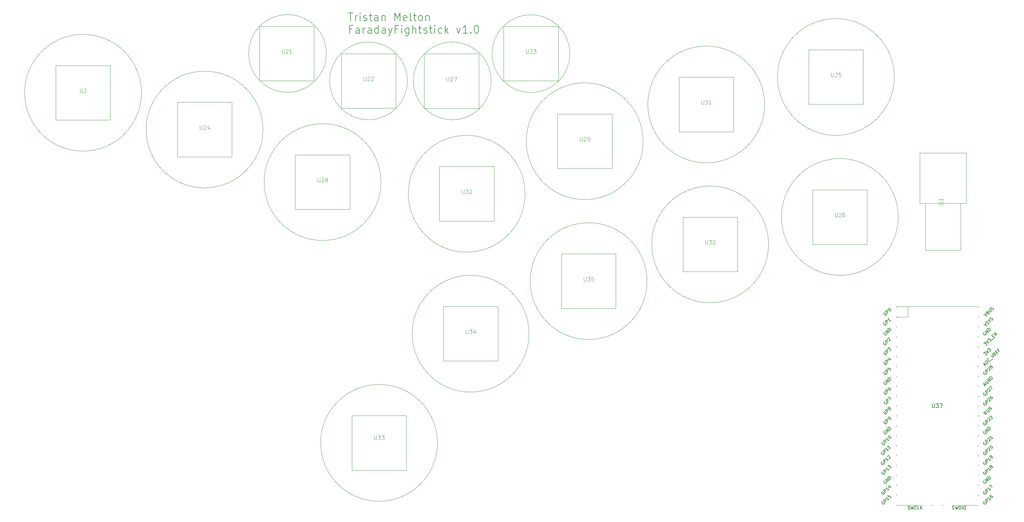
<source format=gbr>
%TF.GenerationSoftware,KiCad,Pcbnew,8.0.8*%
%TF.CreationDate,2025-02-16T17:42:49-08:00*%
%TF.ProjectId,MainBoard_RP2040,4d61696e-426f-4617-9264-5f5250323034,rev?*%
%TF.SameCoordinates,Original*%
%TF.FileFunction,Legend,Top*%
%TF.FilePolarity,Positive*%
%FSLAX46Y46*%
G04 Gerber Fmt 4.6, Leading zero omitted, Abs format (unit mm)*
G04 Created by KiCad (PCBNEW 8.0.8) date 2025-02-16 17:42:49*
%MOMM*%
%LPD*%
G01*
G04 APERTURE LIST*
%ADD10C,0.100000*%
%ADD11C,0.200000*%
%ADD12C,0.150000*%
%ADD13C,0.120000*%
G04 APERTURE END LIST*
D10*
X166700000Y-30000000D02*
G75*
G02*
X146700000Y-30000000I-10000000J0D01*
G01*
X146700000Y-30000000D02*
G75*
G02*
X166700000Y-30000000I10000000J0D01*
G01*
X132700000Y-130000000D02*
G75*
G02*
X102700000Y-130000000I-15000000J0D01*
G01*
X102700000Y-130000000D02*
G75*
G02*
X132700000Y-130000000I15000000J0D01*
G01*
X216700000Y-43050002D02*
G75*
G02*
X186700000Y-43050002I-15000000J0D01*
G01*
X186700000Y-43050002D02*
G75*
G02*
X216700000Y-43050002I15000000J0D01*
G01*
X56700000Y-40050002D02*
G75*
G02*
X26700000Y-40050002I-15000000J0D01*
G01*
X26700000Y-40050002D02*
G75*
G02*
X56700000Y-40050002I15000000J0D01*
G01*
X125000000Y-37000000D02*
G75*
G02*
X105000000Y-37000000I-10000000J0D01*
G01*
X105000000Y-37000000D02*
G75*
G02*
X125000000Y-37000000I10000000J0D01*
G01*
X118200000Y-63000000D02*
G75*
G02*
X88200000Y-63000000I-15000000J0D01*
G01*
X88200000Y-63000000D02*
G75*
G02*
X118200000Y-63000000I15000000J0D01*
G01*
X217700000Y-79000000D02*
G75*
G02*
X187700000Y-79000000I-15000000J0D01*
G01*
X187700000Y-79000000D02*
G75*
G02*
X217700000Y-79000000I15000000J0D01*
G01*
X156200000Y-101949998D02*
G75*
G02*
X126200000Y-101949998I-15000000J0D01*
G01*
X126200000Y-101949998D02*
G75*
G02*
X156200000Y-101949998I15000000J0D01*
G01*
X186500000Y-88450001D02*
G75*
G02*
X156500000Y-88450001I-15000000J0D01*
G01*
X156500000Y-88450001D02*
G75*
G02*
X186500000Y-88450001I15000000J0D01*
G01*
X185500000Y-52500003D02*
G75*
G02*
X155500000Y-52500003I-15000000J0D01*
G01*
X155500000Y-52500003D02*
G75*
G02*
X185500000Y-52500003I15000000J0D01*
G01*
X250000000Y-36000003D02*
G75*
G02*
X220000000Y-36000003I-15000000J0D01*
G01*
X220000000Y-36000003D02*
G75*
G02*
X250000000Y-36000003I15000000J0D01*
G01*
X146500000Y-37000000D02*
G75*
G02*
X126500000Y-37000000I-10000000J0D01*
G01*
X126500000Y-37000000D02*
G75*
G02*
X146500000Y-37000000I10000000J0D01*
G01*
X104200000Y-29949998D02*
G75*
G02*
X84200000Y-29949998I-10000000J0D01*
G01*
X84200000Y-29949998D02*
G75*
G02*
X104200000Y-29949998I10000000J0D01*
G01*
X87900000Y-49500003D02*
G75*
G02*
X57900000Y-49500003I-15000000J0D01*
G01*
X57900000Y-49500003D02*
G75*
G02*
X87900000Y-49500003I15000000J0D01*
G01*
X155200000Y-66000000D02*
G75*
G02*
X125200000Y-66000000I-15000000J0D01*
G01*
X125200000Y-66000000D02*
G75*
G02*
X155200000Y-66000000I15000000J0D01*
G01*
X251000000Y-71950001D02*
G75*
G02*
X221000000Y-71950001I-15000000J0D01*
G01*
X221000000Y-71950001D02*
G75*
G02*
X251000000Y-71950001I15000000J0D01*
G01*
D11*
X109822054Y-19524950D02*
X110964911Y-19524950D01*
X110393482Y-21524950D02*
X110393482Y-19524950D01*
X111631578Y-21524950D02*
X111631578Y-20191616D01*
X111631578Y-20572569D02*
X111726816Y-20382092D01*
X111726816Y-20382092D02*
X111822054Y-20286854D01*
X111822054Y-20286854D02*
X112012530Y-20191616D01*
X112012530Y-20191616D02*
X112203007Y-20191616D01*
X112869673Y-21524950D02*
X112869673Y-20191616D01*
X112869673Y-19524950D02*
X112774435Y-19620188D01*
X112774435Y-19620188D02*
X112869673Y-19715426D01*
X112869673Y-19715426D02*
X112964911Y-19620188D01*
X112964911Y-19620188D02*
X112869673Y-19524950D01*
X112869673Y-19524950D02*
X112869673Y-19715426D01*
X113726816Y-21429712D02*
X113917292Y-21524950D01*
X113917292Y-21524950D02*
X114298244Y-21524950D01*
X114298244Y-21524950D02*
X114488721Y-21429712D01*
X114488721Y-21429712D02*
X114583959Y-21239235D01*
X114583959Y-21239235D02*
X114583959Y-21143997D01*
X114583959Y-21143997D02*
X114488721Y-20953521D01*
X114488721Y-20953521D02*
X114298244Y-20858283D01*
X114298244Y-20858283D02*
X114012530Y-20858283D01*
X114012530Y-20858283D02*
X113822054Y-20763045D01*
X113822054Y-20763045D02*
X113726816Y-20572569D01*
X113726816Y-20572569D02*
X113726816Y-20477331D01*
X113726816Y-20477331D02*
X113822054Y-20286854D01*
X113822054Y-20286854D02*
X114012530Y-20191616D01*
X114012530Y-20191616D02*
X114298244Y-20191616D01*
X114298244Y-20191616D02*
X114488721Y-20286854D01*
X115155388Y-20191616D02*
X115917292Y-20191616D01*
X115441102Y-19524950D02*
X115441102Y-21239235D01*
X115441102Y-21239235D02*
X115536340Y-21429712D01*
X115536340Y-21429712D02*
X115726816Y-21524950D01*
X115726816Y-21524950D02*
X115917292Y-21524950D01*
X117441102Y-21524950D02*
X117441102Y-20477331D01*
X117441102Y-20477331D02*
X117345864Y-20286854D01*
X117345864Y-20286854D02*
X117155388Y-20191616D01*
X117155388Y-20191616D02*
X116774435Y-20191616D01*
X116774435Y-20191616D02*
X116583959Y-20286854D01*
X117441102Y-21429712D02*
X117250626Y-21524950D01*
X117250626Y-21524950D02*
X116774435Y-21524950D01*
X116774435Y-21524950D02*
X116583959Y-21429712D01*
X116583959Y-21429712D02*
X116488721Y-21239235D01*
X116488721Y-21239235D02*
X116488721Y-21048759D01*
X116488721Y-21048759D02*
X116583959Y-20858283D01*
X116583959Y-20858283D02*
X116774435Y-20763045D01*
X116774435Y-20763045D02*
X117250626Y-20763045D01*
X117250626Y-20763045D02*
X117441102Y-20667807D01*
X118393483Y-20191616D02*
X118393483Y-21524950D01*
X118393483Y-20382092D02*
X118488721Y-20286854D01*
X118488721Y-20286854D02*
X118679197Y-20191616D01*
X118679197Y-20191616D02*
X118964912Y-20191616D01*
X118964912Y-20191616D02*
X119155388Y-20286854D01*
X119155388Y-20286854D02*
X119250626Y-20477331D01*
X119250626Y-20477331D02*
X119250626Y-21524950D01*
X121726817Y-21524950D02*
X121726817Y-19524950D01*
X121726817Y-19524950D02*
X122393484Y-20953521D01*
X122393484Y-20953521D02*
X123060150Y-19524950D01*
X123060150Y-19524950D02*
X123060150Y-21524950D01*
X124774436Y-21429712D02*
X124583960Y-21524950D01*
X124583960Y-21524950D02*
X124203007Y-21524950D01*
X124203007Y-21524950D02*
X124012531Y-21429712D01*
X124012531Y-21429712D02*
X123917293Y-21239235D01*
X123917293Y-21239235D02*
X123917293Y-20477331D01*
X123917293Y-20477331D02*
X124012531Y-20286854D01*
X124012531Y-20286854D02*
X124203007Y-20191616D01*
X124203007Y-20191616D02*
X124583960Y-20191616D01*
X124583960Y-20191616D02*
X124774436Y-20286854D01*
X124774436Y-20286854D02*
X124869674Y-20477331D01*
X124869674Y-20477331D02*
X124869674Y-20667807D01*
X124869674Y-20667807D02*
X123917293Y-20858283D01*
X126012531Y-21524950D02*
X125822055Y-21429712D01*
X125822055Y-21429712D02*
X125726817Y-21239235D01*
X125726817Y-21239235D02*
X125726817Y-19524950D01*
X126488722Y-20191616D02*
X127250626Y-20191616D01*
X126774436Y-19524950D02*
X126774436Y-21239235D01*
X126774436Y-21239235D02*
X126869674Y-21429712D01*
X126869674Y-21429712D02*
X127060150Y-21524950D01*
X127060150Y-21524950D02*
X127250626Y-21524950D01*
X128203007Y-21524950D02*
X128012531Y-21429712D01*
X128012531Y-21429712D02*
X127917293Y-21334473D01*
X127917293Y-21334473D02*
X127822055Y-21143997D01*
X127822055Y-21143997D02*
X127822055Y-20572569D01*
X127822055Y-20572569D02*
X127917293Y-20382092D01*
X127917293Y-20382092D02*
X128012531Y-20286854D01*
X128012531Y-20286854D02*
X128203007Y-20191616D01*
X128203007Y-20191616D02*
X128488722Y-20191616D01*
X128488722Y-20191616D02*
X128679198Y-20286854D01*
X128679198Y-20286854D02*
X128774436Y-20382092D01*
X128774436Y-20382092D02*
X128869674Y-20572569D01*
X128869674Y-20572569D02*
X128869674Y-21143997D01*
X128869674Y-21143997D02*
X128774436Y-21334473D01*
X128774436Y-21334473D02*
X128679198Y-21429712D01*
X128679198Y-21429712D02*
X128488722Y-21524950D01*
X128488722Y-21524950D02*
X128203007Y-21524950D01*
X129726817Y-20191616D02*
X129726817Y-21524950D01*
X129726817Y-20382092D02*
X129822055Y-20286854D01*
X129822055Y-20286854D02*
X130012531Y-20191616D01*
X130012531Y-20191616D02*
X130298246Y-20191616D01*
X130298246Y-20191616D02*
X130488722Y-20286854D01*
X130488722Y-20286854D02*
X130583960Y-20477331D01*
X130583960Y-20477331D02*
X130583960Y-21524950D01*
X110774435Y-23697219D02*
X110107768Y-23697219D01*
X110107768Y-24744838D02*
X110107768Y-22744838D01*
X110107768Y-22744838D02*
X111060149Y-22744838D01*
X112679197Y-24744838D02*
X112679197Y-23697219D01*
X112679197Y-23697219D02*
X112583959Y-23506742D01*
X112583959Y-23506742D02*
X112393483Y-23411504D01*
X112393483Y-23411504D02*
X112012530Y-23411504D01*
X112012530Y-23411504D02*
X111822054Y-23506742D01*
X112679197Y-24649600D02*
X112488721Y-24744838D01*
X112488721Y-24744838D02*
X112012530Y-24744838D01*
X112012530Y-24744838D02*
X111822054Y-24649600D01*
X111822054Y-24649600D02*
X111726816Y-24459123D01*
X111726816Y-24459123D02*
X111726816Y-24268647D01*
X111726816Y-24268647D02*
X111822054Y-24078171D01*
X111822054Y-24078171D02*
X112012530Y-23982933D01*
X112012530Y-23982933D02*
X112488721Y-23982933D01*
X112488721Y-23982933D02*
X112679197Y-23887695D01*
X113631578Y-24744838D02*
X113631578Y-23411504D01*
X113631578Y-23792457D02*
X113726816Y-23601980D01*
X113726816Y-23601980D02*
X113822054Y-23506742D01*
X113822054Y-23506742D02*
X114012530Y-23411504D01*
X114012530Y-23411504D02*
X114203007Y-23411504D01*
X115726816Y-24744838D02*
X115726816Y-23697219D01*
X115726816Y-23697219D02*
X115631578Y-23506742D01*
X115631578Y-23506742D02*
X115441102Y-23411504D01*
X115441102Y-23411504D02*
X115060149Y-23411504D01*
X115060149Y-23411504D02*
X114869673Y-23506742D01*
X115726816Y-24649600D02*
X115536340Y-24744838D01*
X115536340Y-24744838D02*
X115060149Y-24744838D01*
X115060149Y-24744838D02*
X114869673Y-24649600D01*
X114869673Y-24649600D02*
X114774435Y-24459123D01*
X114774435Y-24459123D02*
X114774435Y-24268647D01*
X114774435Y-24268647D02*
X114869673Y-24078171D01*
X114869673Y-24078171D02*
X115060149Y-23982933D01*
X115060149Y-23982933D02*
X115536340Y-23982933D01*
X115536340Y-23982933D02*
X115726816Y-23887695D01*
X117536340Y-24744838D02*
X117536340Y-22744838D01*
X117536340Y-24649600D02*
X117345864Y-24744838D01*
X117345864Y-24744838D02*
X116964911Y-24744838D01*
X116964911Y-24744838D02*
X116774435Y-24649600D01*
X116774435Y-24649600D02*
X116679197Y-24554361D01*
X116679197Y-24554361D02*
X116583959Y-24363885D01*
X116583959Y-24363885D02*
X116583959Y-23792457D01*
X116583959Y-23792457D02*
X116679197Y-23601980D01*
X116679197Y-23601980D02*
X116774435Y-23506742D01*
X116774435Y-23506742D02*
X116964911Y-23411504D01*
X116964911Y-23411504D02*
X117345864Y-23411504D01*
X117345864Y-23411504D02*
X117536340Y-23506742D01*
X119345864Y-24744838D02*
X119345864Y-23697219D01*
X119345864Y-23697219D02*
X119250626Y-23506742D01*
X119250626Y-23506742D02*
X119060150Y-23411504D01*
X119060150Y-23411504D02*
X118679197Y-23411504D01*
X118679197Y-23411504D02*
X118488721Y-23506742D01*
X119345864Y-24649600D02*
X119155388Y-24744838D01*
X119155388Y-24744838D02*
X118679197Y-24744838D01*
X118679197Y-24744838D02*
X118488721Y-24649600D01*
X118488721Y-24649600D02*
X118393483Y-24459123D01*
X118393483Y-24459123D02*
X118393483Y-24268647D01*
X118393483Y-24268647D02*
X118488721Y-24078171D01*
X118488721Y-24078171D02*
X118679197Y-23982933D01*
X118679197Y-23982933D02*
X119155388Y-23982933D01*
X119155388Y-23982933D02*
X119345864Y-23887695D01*
X120107769Y-23411504D02*
X120583959Y-24744838D01*
X121060150Y-23411504D02*
X120583959Y-24744838D01*
X120583959Y-24744838D02*
X120393483Y-25221028D01*
X120393483Y-25221028D02*
X120298245Y-25316266D01*
X120298245Y-25316266D02*
X120107769Y-25411504D01*
X122488722Y-23697219D02*
X121822055Y-23697219D01*
X121822055Y-24744838D02*
X121822055Y-22744838D01*
X121822055Y-22744838D02*
X122774436Y-22744838D01*
X123536341Y-24744838D02*
X123536341Y-23411504D01*
X123536341Y-22744838D02*
X123441103Y-22840076D01*
X123441103Y-22840076D02*
X123536341Y-22935314D01*
X123536341Y-22935314D02*
X123631579Y-22840076D01*
X123631579Y-22840076D02*
X123536341Y-22744838D01*
X123536341Y-22744838D02*
X123536341Y-22935314D01*
X125345865Y-23411504D02*
X125345865Y-25030552D01*
X125345865Y-25030552D02*
X125250627Y-25221028D01*
X125250627Y-25221028D02*
X125155389Y-25316266D01*
X125155389Y-25316266D02*
X124964912Y-25411504D01*
X124964912Y-25411504D02*
X124679198Y-25411504D01*
X124679198Y-25411504D02*
X124488722Y-25316266D01*
X125345865Y-24649600D02*
X125155389Y-24744838D01*
X125155389Y-24744838D02*
X124774436Y-24744838D01*
X124774436Y-24744838D02*
X124583960Y-24649600D01*
X124583960Y-24649600D02*
X124488722Y-24554361D01*
X124488722Y-24554361D02*
X124393484Y-24363885D01*
X124393484Y-24363885D02*
X124393484Y-23792457D01*
X124393484Y-23792457D02*
X124488722Y-23601980D01*
X124488722Y-23601980D02*
X124583960Y-23506742D01*
X124583960Y-23506742D02*
X124774436Y-23411504D01*
X124774436Y-23411504D02*
X125155389Y-23411504D01*
X125155389Y-23411504D02*
X125345865Y-23506742D01*
X126298246Y-24744838D02*
X126298246Y-22744838D01*
X127155389Y-24744838D02*
X127155389Y-23697219D01*
X127155389Y-23697219D02*
X127060151Y-23506742D01*
X127060151Y-23506742D02*
X126869675Y-23411504D01*
X126869675Y-23411504D02*
X126583960Y-23411504D01*
X126583960Y-23411504D02*
X126393484Y-23506742D01*
X126393484Y-23506742D02*
X126298246Y-23601980D01*
X127822056Y-23411504D02*
X128583960Y-23411504D01*
X128107770Y-22744838D02*
X128107770Y-24459123D01*
X128107770Y-24459123D02*
X128203008Y-24649600D01*
X128203008Y-24649600D02*
X128393484Y-24744838D01*
X128393484Y-24744838D02*
X128583960Y-24744838D01*
X129155389Y-24649600D02*
X129345865Y-24744838D01*
X129345865Y-24744838D02*
X129726817Y-24744838D01*
X129726817Y-24744838D02*
X129917294Y-24649600D01*
X129917294Y-24649600D02*
X130012532Y-24459123D01*
X130012532Y-24459123D02*
X130012532Y-24363885D01*
X130012532Y-24363885D02*
X129917294Y-24173409D01*
X129917294Y-24173409D02*
X129726817Y-24078171D01*
X129726817Y-24078171D02*
X129441103Y-24078171D01*
X129441103Y-24078171D02*
X129250627Y-23982933D01*
X129250627Y-23982933D02*
X129155389Y-23792457D01*
X129155389Y-23792457D02*
X129155389Y-23697219D01*
X129155389Y-23697219D02*
X129250627Y-23506742D01*
X129250627Y-23506742D02*
X129441103Y-23411504D01*
X129441103Y-23411504D02*
X129726817Y-23411504D01*
X129726817Y-23411504D02*
X129917294Y-23506742D01*
X130583961Y-23411504D02*
X131345865Y-23411504D01*
X130869675Y-22744838D02*
X130869675Y-24459123D01*
X130869675Y-24459123D02*
X130964913Y-24649600D01*
X130964913Y-24649600D02*
X131155389Y-24744838D01*
X131155389Y-24744838D02*
X131345865Y-24744838D01*
X132012532Y-24744838D02*
X132012532Y-23411504D01*
X132012532Y-22744838D02*
X131917294Y-22840076D01*
X131917294Y-22840076D02*
X132012532Y-22935314D01*
X132012532Y-22935314D02*
X132107770Y-22840076D01*
X132107770Y-22840076D02*
X132012532Y-22744838D01*
X132012532Y-22744838D02*
X132012532Y-22935314D01*
X133822056Y-24649600D02*
X133631580Y-24744838D01*
X133631580Y-24744838D02*
X133250627Y-24744838D01*
X133250627Y-24744838D02*
X133060151Y-24649600D01*
X133060151Y-24649600D02*
X132964913Y-24554361D01*
X132964913Y-24554361D02*
X132869675Y-24363885D01*
X132869675Y-24363885D02*
X132869675Y-23792457D01*
X132869675Y-23792457D02*
X132964913Y-23601980D01*
X132964913Y-23601980D02*
X133060151Y-23506742D01*
X133060151Y-23506742D02*
X133250627Y-23411504D01*
X133250627Y-23411504D02*
X133631580Y-23411504D01*
X133631580Y-23411504D02*
X133822056Y-23506742D01*
X134679199Y-24744838D02*
X134679199Y-22744838D01*
X134869675Y-23982933D02*
X135441104Y-24744838D01*
X135441104Y-23411504D02*
X134679199Y-24173409D01*
X137631581Y-23411504D02*
X138107771Y-24744838D01*
X138107771Y-24744838D02*
X138583962Y-23411504D01*
X140393486Y-24744838D02*
X139250629Y-24744838D01*
X139822057Y-24744838D02*
X139822057Y-22744838D01*
X139822057Y-22744838D02*
X139631581Y-23030552D01*
X139631581Y-23030552D02*
X139441105Y-23221028D01*
X139441105Y-23221028D02*
X139250629Y-23316266D01*
X141250629Y-24554361D02*
X141345867Y-24649600D01*
X141345867Y-24649600D02*
X141250629Y-24744838D01*
X141250629Y-24744838D02*
X141155391Y-24649600D01*
X141155391Y-24649600D02*
X141250629Y-24554361D01*
X141250629Y-24554361D02*
X141250629Y-24744838D01*
X142583962Y-22744838D02*
X142774439Y-22744838D01*
X142774439Y-22744838D02*
X142964915Y-22840076D01*
X142964915Y-22840076D02*
X143060153Y-22935314D01*
X143060153Y-22935314D02*
X143155391Y-23125790D01*
X143155391Y-23125790D02*
X143250629Y-23506742D01*
X143250629Y-23506742D02*
X143250629Y-23982933D01*
X143250629Y-23982933D02*
X143155391Y-24363885D01*
X143155391Y-24363885D02*
X143060153Y-24554361D01*
X143060153Y-24554361D02*
X142964915Y-24649600D01*
X142964915Y-24649600D02*
X142774439Y-24744838D01*
X142774439Y-24744838D02*
X142583962Y-24744838D01*
X142583962Y-24744838D02*
X142393486Y-24649600D01*
X142393486Y-24649600D02*
X142298248Y-24554361D01*
X142298248Y-24554361D02*
X142203010Y-24363885D01*
X142203010Y-24363885D02*
X142107772Y-23982933D01*
X142107772Y-23982933D02*
X142107772Y-23506742D01*
X142107772Y-23506742D02*
X142203010Y-23125790D01*
X142203010Y-23125790D02*
X142298248Y-22935314D01*
X142298248Y-22935314D02*
X142393486Y-22840076D01*
X142393486Y-22840076D02*
X142583962Y-22744838D01*
D10*
X200461905Y-42007421D02*
X200461905Y-42816944D01*
X200461905Y-42816944D02*
X200509524Y-42912182D01*
X200509524Y-42912182D02*
X200557143Y-42959802D01*
X200557143Y-42959802D02*
X200652381Y-43007421D01*
X200652381Y-43007421D02*
X200842857Y-43007421D01*
X200842857Y-43007421D02*
X200938095Y-42959802D01*
X200938095Y-42959802D02*
X200985714Y-42912182D01*
X200985714Y-42912182D02*
X201033333Y-42816944D01*
X201033333Y-42816944D02*
X201033333Y-42007421D01*
X201414286Y-42007421D02*
X202033333Y-42007421D01*
X202033333Y-42007421D02*
X201700000Y-42388373D01*
X201700000Y-42388373D02*
X201842857Y-42388373D01*
X201842857Y-42388373D02*
X201938095Y-42435992D01*
X201938095Y-42435992D02*
X201985714Y-42483611D01*
X201985714Y-42483611D02*
X202033333Y-42578849D01*
X202033333Y-42578849D02*
X202033333Y-42816944D01*
X202033333Y-42816944D02*
X201985714Y-42912182D01*
X201985714Y-42912182D02*
X201938095Y-42959802D01*
X201938095Y-42959802D02*
X201842857Y-43007421D01*
X201842857Y-43007421D02*
X201557143Y-43007421D01*
X201557143Y-43007421D02*
X201461905Y-42959802D01*
X201461905Y-42959802D02*
X201414286Y-42912182D01*
X202985714Y-43007421D02*
X202414286Y-43007421D01*
X202700000Y-43007421D02*
X202700000Y-42007421D01*
X202700000Y-42007421D02*
X202604762Y-42150278D01*
X202604762Y-42150278D02*
X202509524Y-42245516D01*
X202509524Y-42245516D02*
X202414286Y-42293135D01*
X169261905Y-51457422D02*
X169261905Y-52266945D01*
X169261905Y-52266945D02*
X169309524Y-52362183D01*
X169309524Y-52362183D02*
X169357143Y-52409803D01*
X169357143Y-52409803D02*
X169452381Y-52457422D01*
X169452381Y-52457422D02*
X169642857Y-52457422D01*
X169642857Y-52457422D02*
X169738095Y-52409803D01*
X169738095Y-52409803D02*
X169785714Y-52362183D01*
X169785714Y-52362183D02*
X169833333Y-52266945D01*
X169833333Y-52266945D02*
X169833333Y-51457422D01*
X170261905Y-51552660D02*
X170309524Y-51505041D01*
X170309524Y-51505041D02*
X170404762Y-51457422D01*
X170404762Y-51457422D02*
X170642857Y-51457422D01*
X170642857Y-51457422D02*
X170738095Y-51505041D01*
X170738095Y-51505041D02*
X170785714Y-51552660D01*
X170785714Y-51552660D02*
X170833333Y-51647898D01*
X170833333Y-51647898D02*
X170833333Y-51743136D01*
X170833333Y-51743136D02*
X170785714Y-51885993D01*
X170785714Y-51885993D02*
X170214286Y-52457422D01*
X170214286Y-52457422D02*
X170833333Y-52457422D01*
X171309524Y-52457422D02*
X171500000Y-52457422D01*
X171500000Y-52457422D02*
X171595238Y-52409803D01*
X171595238Y-52409803D02*
X171642857Y-52362183D01*
X171642857Y-52362183D02*
X171738095Y-52219326D01*
X171738095Y-52219326D02*
X171785714Y-52028850D01*
X171785714Y-52028850D02*
X171785714Y-51647898D01*
X171785714Y-51647898D02*
X171738095Y-51552660D01*
X171738095Y-51552660D02*
X171690476Y-51505041D01*
X171690476Y-51505041D02*
X171595238Y-51457422D01*
X171595238Y-51457422D02*
X171404762Y-51457422D01*
X171404762Y-51457422D02*
X171309524Y-51505041D01*
X171309524Y-51505041D02*
X171261905Y-51552660D01*
X171261905Y-51552660D02*
X171214286Y-51647898D01*
X171214286Y-51647898D02*
X171214286Y-51885993D01*
X171214286Y-51885993D02*
X171261905Y-51981231D01*
X171261905Y-51981231D02*
X171309524Y-52028850D01*
X171309524Y-52028850D02*
X171404762Y-52076469D01*
X171404762Y-52076469D02*
X171595238Y-52076469D01*
X171595238Y-52076469D02*
X171690476Y-52028850D01*
X171690476Y-52028850D02*
X171738095Y-51981231D01*
X171738095Y-51981231D02*
X171785714Y-51885993D01*
X155461905Y-28957419D02*
X155461905Y-29766942D01*
X155461905Y-29766942D02*
X155509524Y-29862180D01*
X155509524Y-29862180D02*
X155557143Y-29909800D01*
X155557143Y-29909800D02*
X155652381Y-29957419D01*
X155652381Y-29957419D02*
X155842857Y-29957419D01*
X155842857Y-29957419D02*
X155938095Y-29909800D01*
X155938095Y-29909800D02*
X155985714Y-29862180D01*
X155985714Y-29862180D02*
X156033333Y-29766942D01*
X156033333Y-29766942D02*
X156033333Y-28957419D01*
X156461905Y-29052657D02*
X156509524Y-29005038D01*
X156509524Y-29005038D02*
X156604762Y-28957419D01*
X156604762Y-28957419D02*
X156842857Y-28957419D01*
X156842857Y-28957419D02*
X156938095Y-29005038D01*
X156938095Y-29005038D02*
X156985714Y-29052657D01*
X156985714Y-29052657D02*
X157033333Y-29147895D01*
X157033333Y-29147895D02*
X157033333Y-29243133D01*
X157033333Y-29243133D02*
X156985714Y-29385990D01*
X156985714Y-29385990D02*
X156414286Y-29957419D01*
X156414286Y-29957419D02*
X157033333Y-29957419D01*
X157366667Y-28957419D02*
X157985714Y-28957419D01*
X157985714Y-28957419D02*
X157652381Y-29338371D01*
X157652381Y-29338371D02*
X157795238Y-29338371D01*
X157795238Y-29338371D02*
X157890476Y-29385990D01*
X157890476Y-29385990D02*
X157938095Y-29433609D01*
X157938095Y-29433609D02*
X157985714Y-29528847D01*
X157985714Y-29528847D02*
X157985714Y-29766942D01*
X157985714Y-29766942D02*
X157938095Y-29862180D01*
X157938095Y-29862180D02*
X157890476Y-29909800D01*
X157890476Y-29909800D02*
X157795238Y-29957419D01*
X157795238Y-29957419D02*
X157509524Y-29957419D01*
X157509524Y-29957419D02*
X157414286Y-29909800D01*
X157414286Y-29909800D02*
X157366667Y-29862180D01*
X170261905Y-87407420D02*
X170261905Y-88216943D01*
X170261905Y-88216943D02*
X170309524Y-88312181D01*
X170309524Y-88312181D02*
X170357143Y-88359801D01*
X170357143Y-88359801D02*
X170452381Y-88407420D01*
X170452381Y-88407420D02*
X170642857Y-88407420D01*
X170642857Y-88407420D02*
X170738095Y-88359801D01*
X170738095Y-88359801D02*
X170785714Y-88312181D01*
X170785714Y-88312181D02*
X170833333Y-88216943D01*
X170833333Y-88216943D02*
X170833333Y-87407420D01*
X171214286Y-87407420D02*
X171833333Y-87407420D01*
X171833333Y-87407420D02*
X171500000Y-87788372D01*
X171500000Y-87788372D02*
X171642857Y-87788372D01*
X171642857Y-87788372D02*
X171738095Y-87835991D01*
X171738095Y-87835991D02*
X171785714Y-87883610D01*
X171785714Y-87883610D02*
X171833333Y-87978848D01*
X171833333Y-87978848D02*
X171833333Y-88216943D01*
X171833333Y-88216943D02*
X171785714Y-88312181D01*
X171785714Y-88312181D02*
X171738095Y-88359801D01*
X171738095Y-88359801D02*
X171642857Y-88407420D01*
X171642857Y-88407420D02*
X171357143Y-88407420D01*
X171357143Y-88407420D02*
X171261905Y-88359801D01*
X171261905Y-88359801D02*
X171214286Y-88312181D01*
X172738095Y-87407420D02*
X172261905Y-87407420D01*
X172261905Y-87407420D02*
X172214286Y-87883610D01*
X172214286Y-87883610D02*
X172261905Y-87835991D01*
X172261905Y-87835991D02*
X172357143Y-87788372D01*
X172357143Y-87788372D02*
X172595238Y-87788372D01*
X172595238Y-87788372D02*
X172690476Y-87835991D01*
X172690476Y-87835991D02*
X172738095Y-87883610D01*
X172738095Y-87883610D02*
X172785714Y-87978848D01*
X172785714Y-87978848D02*
X172785714Y-88216943D01*
X172785714Y-88216943D02*
X172738095Y-88312181D01*
X172738095Y-88312181D02*
X172690476Y-88359801D01*
X172690476Y-88359801D02*
X172595238Y-88407420D01*
X172595238Y-88407420D02*
X172357143Y-88407420D01*
X172357143Y-88407420D02*
X172261905Y-88359801D01*
X172261905Y-88359801D02*
X172214286Y-88312181D01*
X201461905Y-77957419D02*
X201461905Y-78766942D01*
X201461905Y-78766942D02*
X201509524Y-78862180D01*
X201509524Y-78862180D02*
X201557143Y-78909800D01*
X201557143Y-78909800D02*
X201652381Y-78957419D01*
X201652381Y-78957419D02*
X201842857Y-78957419D01*
X201842857Y-78957419D02*
X201938095Y-78909800D01*
X201938095Y-78909800D02*
X201985714Y-78862180D01*
X201985714Y-78862180D02*
X202033333Y-78766942D01*
X202033333Y-78766942D02*
X202033333Y-77957419D01*
X202414286Y-77957419D02*
X203033333Y-77957419D01*
X203033333Y-77957419D02*
X202700000Y-78338371D01*
X202700000Y-78338371D02*
X202842857Y-78338371D01*
X202842857Y-78338371D02*
X202938095Y-78385990D01*
X202938095Y-78385990D02*
X202985714Y-78433609D01*
X202985714Y-78433609D02*
X203033333Y-78528847D01*
X203033333Y-78528847D02*
X203033333Y-78766942D01*
X203033333Y-78766942D02*
X202985714Y-78862180D01*
X202985714Y-78862180D02*
X202938095Y-78909800D01*
X202938095Y-78909800D02*
X202842857Y-78957419D01*
X202842857Y-78957419D02*
X202557143Y-78957419D01*
X202557143Y-78957419D02*
X202461905Y-78909800D01*
X202461905Y-78909800D02*
X202414286Y-78862180D01*
X203652381Y-77957419D02*
X203747619Y-77957419D01*
X203747619Y-77957419D02*
X203842857Y-78005038D01*
X203842857Y-78005038D02*
X203890476Y-78052657D01*
X203890476Y-78052657D02*
X203938095Y-78147895D01*
X203938095Y-78147895D02*
X203985714Y-78338371D01*
X203985714Y-78338371D02*
X203985714Y-78576466D01*
X203985714Y-78576466D02*
X203938095Y-78766942D01*
X203938095Y-78766942D02*
X203890476Y-78862180D01*
X203890476Y-78862180D02*
X203842857Y-78909800D01*
X203842857Y-78909800D02*
X203747619Y-78957419D01*
X203747619Y-78957419D02*
X203652381Y-78957419D01*
X203652381Y-78957419D02*
X203557143Y-78909800D01*
X203557143Y-78909800D02*
X203509524Y-78862180D01*
X203509524Y-78862180D02*
X203461905Y-78766942D01*
X203461905Y-78766942D02*
X203414286Y-78576466D01*
X203414286Y-78576466D02*
X203414286Y-78338371D01*
X203414286Y-78338371D02*
X203461905Y-78147895D01*
X203461905Y-78147895D02*
X203509524Y-78052657D01*
X203509524Y-78052657D02*
X203557143Y-78005038D01*
X203557143Y-78005038D02*
X203652381Y-77957419D01*
X135061905Y-36007421D02*
X135061905Y-36816944D01*
X135061905Y-36816944D02*
X135109524Y-36912182D01*
X135109524Y-36912182D02*
X135157143Y-36959802D01*
X135157143Y-36959802D02*
X135252381Y-37007421D01*
X135252381Y-37007421D02*
X135442857Y-37007421D01*
X135442857Y-37007421D02*
X135538095Y-36959802D01*
X135538095Y-36959802D02*
X135585714Y-36912182D01*
X135585714Y-36912182D02*
X135633333Y-36816944D01*
X135633333Y-36816944D02*
X135633333Y-36007421D01*
X136061905Y-36102659D02*
X136109524Y-36055040D01*
X136109524Y-36055040D02*
X136204762Y-36007421D01*
X136204762Y-36007421D02*
X136442857Y-36007421D01*
X136442857Y-36007421D02*
X136538095Y-36055040D01*
X136538095Y-36055040D02*
X136585714Y-36102659D01*
X136585714Y-36102659D02*
X136633333Y-36197897D01*
X136633333Y-36197897D02*
X136633333Y-36293135D01*
X136633333Y-36293135D02*
X136585714Y-36435992D01*
X136585714Y-36435992D02*
X136014286Y-37007421D01*
X136014286Y-37007421D02*
X136633333Y-37007421D01*
X136966667Y-36007421D02*
X137633333Y-36007421D01*
X137633333Y-36007421D02*
X137204762Y-37007421D01*
X113761905Y-35957419D02*
X113761905Y-36766942D01*
X113761905Y-36766942D02*
X113809524Y-36862180D01*
X113809524Y-36862180D02*
X113857143Y-36909800D01*
X113857143Y-36909800D02*
X113952381Y-36957419D01*
X113952381Y-36957419D02*
X114142857Y-36957419D01*
X114142857Y-36957419D02*
X114238095Y-36909800D01*
X114238095Y-36909800D02*
X114285714Y-36862180D01*
X114285714Y-36862180D02*
X114333333Y-36766942D01*
X114333333Y-36766942D02*
X114333333Y-35957419D01*
X114761905Y-36052657D02*
X114809524Y-36005038D01*
X114809524Y-36005038D02*
X114904762Y-35957419D01*
X114904762Y-35957419D02*
X115142857Y-35957419D01*
X115142857Y-35957419D02*
X115238095Y-36005038D01*
X115238095Y-36005038D02*
X115285714Y-36052657D01*
X115285714Y-36052657D02*
X115333333Y-36147895D01*
X115333333Y-36147895D02*
X115333333Y-36243133D01*
X115333333Y-36243133D02*
X115285714Y-36385990D01*
X115285714Y-36385990D02*
X114714286Y-36957419D01*
X114714286Y-36957419D02*
X115333333Y-36957419D01*
X115714286Y-36052657D02*
X115761905Y-36005038D01*
X115761905Y-36005038D02*
X115857143Y-35957419D01*
X115857143Y-35957419D02*
X116095238Y-35957419D01*
X116095238Y-35957419D02*
X116190476Y-36005038D01*
X116190476Y-36005038D02*
X116238095Y-36052657D01*
X116238095Y-36052657D02*
X116285714Y-36147895D01*
X116285714Y-36147895D02*
X116285714Y-36243133D01*
X116285714Y-36243133D02*
X116238095Y-36385990D01*
X116238095Y-36385990D02*
X115666667Y-36957419D01*
X115666667Y-36957419D02*
X116285714Y-36957419D01*
D12*
X259761905Y-119954819D02*
X259761905Y-120764342D01*
X259761905Y-120764342D02*
X259809524Y-120859580D01*
X259809524Y-120859580D02*
X259857143Y-120907200D01*
X259857143Y-120907200D02*
X259952381Y-120954819D01*
X259952381Y-120954819D02*
X260142857Y-120954819D01*
X260142857Y-120954819D02*
X260238095Y-120907200D01*
X260238095Y-120907200D02*
X260285714Y-120859580D01*
X260285714Y-120859580D02*
X260333333Y-120764342D01*
X260333333Y-120764342D02*
X260333333Y-119954819D01*
X260714286Y-119954819D02*
X261333333Y-119954819D01*
X261333333Y-119954819D02*
X261000000Y-120335771D01*
X261000000Y-120335771D02*
X261142857Y-120335771D01*
X261142857Y-120335771D02*
X261238095Y-120383390D01*
X261238095Y-120383390D02*
X261285714Y-120431009D01*
X261285714Y-120431009D02*
X261333333Y-120526247D01*
X261333333Y-120526247D02*
X261333333Y-120764342D01*
X261333333Y-120764342D02*
X261285714Y-120859580D01*
X261285714Y-120859580D02*
X261238095Y-120907200D01*
X261238095Y-120907200D02*
X261142857Y-120954819D01*
X261142857Y-120954819D02*
X260857143Y-120954819D01*
X260857143Y-120954819D02*
X260761905Y-120907200D01*
X260761905Y-120907200D02*
X260714286Y-120859580D01*
X261666667Y-119954819D02*
X262333333Y-119954819D01*
X262333333Y-119954819D02*
X261904762Y-120954819D01*
X247513372Y-124431494D02*
X247432560Y-124458431D01*
X247432560Y-124458431D02*
X247351748Y-124539243D01*
X247351748Y-124539243D02*
X247297873Y-124646993D01*
X247297873Y-124646993D02*
X247297873Y-124754742D01*
X247297873Y-124754742D02*
X247324810Y-124835555D01*
X247324810Y-124835555D02*
X247405623Y-124970242D01*
X247405623Y-124970242D02*
X247486435Y-125051054D01*
X247486435Y-125051054D02*
X247621122Y-125131866D01*
X247621122Y-125131866D02*
X247701934Y-125158803D01*
X247701934Y-125158803D02*
X247809684Y-125158803D01*
X247809684Y-125158803D02*
X247917433Y-125104929D01*
X247917433Y-125104929D02*
X247971308Y-125051054D01*
X247971308Y-125051054D02*
X248025183Y-124943304D01*
X248025183Y-124943304D02*
X248025183Y-124889429D01*
X248025183Y-124889429D02*
X247836621Y-124700868D01*
X247836621Y-124700868D02*
X247728871Y-124808617D01*
X248321494Y-124700868D02*
X247755809Y-124135182D01*
X247755809Y-124135182D02*
X247971308Y-123919683D01*
X247971308Y-123919683D02*
X248052120Y-123892746D01*
X248052120Y-123892746D02*
X248105995Y-123892746D01*
X248105995Y-123892746D02*
X248186807Y-123919683D01*
X248186807Y-123919683D02*
X248267619Y-124000495D01*
X248267619Y-124000495D02*
X248294557Y-124081307D01*
X248294557Y-124081307D02*
X248294557Y-124135182D01*
X248294557Y-124135182D02*
X248267619Y-124215994D01*
X248267619Y-124215994D02*
X248052120Y-124431494D01*
X248914117Y-124108245D02*
X249021867Y-124000495D01*
X249021867Y-124000495D02*
X249048804Y-123919683D01*
X249048804Y-123919683D02*
X249048804Y-123865808D01*
X249048804Y-123865808D02*
X249021867Y-123731121D01*
X249021867Y-123731121D02*
X248941054Y-123596434D01*
X248941054Y-123596434D02*
X248725555Y-123380935D01*
X248725555Y-123380935D02*
X248644743Y-123353998D01*
X248644743Y-123353998D02*
X248590868Y-123353998D01*
X248590868Y-123353998D02*
X248510056Y-123380935D01*
X248510056Y-123380935D02*
X248402306Y-123488685D01*
X248402306Y-123488685D02*
X248375369Y-123569497D01*
X248375369Y-123569497D02*
X248375369Y-123623372D01*
X248375369Y-123623372D02*
X248402306Y-123704184D01*
X248402306Y-123704184D02*
X248536993Y-123838871D01*
X248536993Y-123838871D02*
X248617806Y-123865808D01*
X248617806Y-123865808D02*
X248671680Y-123865808D01*
X248671680Y-123865808D02*
X248752493Y-123838871D01*
X248752493Y-123838871D02*
X248860242Y-123731121D01*
X248860242Y-123731121D02*
X248887180Y-123650309D01*
X248887180Y-123650309D02*
X248887180Y-123596434D01*
X248887180Y-123596434D02*
X248860242Y-123515622D01*
X247486435Y-139698431D02*
X247405623Y-139725368D01*
X247405623Y-139725368D02*
X247324811Y-139806180D01*
X247324811Y-139806180D02*
X247270936Y-139913930D01*
X247270936Y-139913930D02*
X247270936Y-140021680D01*
X247270936Y-140021680D02*
X247297873Y-140102492D01*
X247297873Y-140102492D02*
X247378685Y-140237179D01*
X247378685Y-140237179D02*
X247459498Y-140317991D01*
X247459498Y-140317991D02*
X247594185Y-140398803D01*
X247594185Y-140398803D02*
X247674997Y-140425741D01*
X247674997Y-140425741D02*
X247782746Y-140425741D01*
X247782746Y-140425741D02*
X247890496Y-140371866D01*
X247890496Y-140371866D02*
X247944371Y-140317991D01*
X247944371Y-140317991D02*
X247998246Y-140210241D01*
X247998246Y-140210241D02*
X247998246Y-140156367D01*
X247998246Y-140156367D02*
X247809684Y-139967805D01*
X247809684Y-139967805D02*
X247701934Y-140075554D01*
X248294557Y-139967805D02*
X247728872Y-139402119D01*
X247728872Y-139402119D02*
X248617806Y-139644556D01*
X248617806Y-139644556D02*
X248052120Y-139078871D01*
X248887180Y-139375182D02*
X248321494Y-138809497D01*
X248321494Y-138809497D02*
X248456181Y-138674810D01*
X248456181Y-138674810D02*
X248563931Y-138620935D01*
X248563931Y-138620935D02*
X248671680Y-138620935D01*
X248671680Y-138620935D02*
X248752493Y-138647872D01*
X248752493Y-138647872D02*
X248887180Y-138728685D01*
X248887180Y-138728685D02*
X248967992Y-138809497D01*
X248967992Y-138809497D02*
X249048804Y-138944184D01*
X249048804Y-138944184D02*
X249075741Y-139024996D01*
X249075741Y-139024996D02*
X249075741Y-139132746D01*
X249075741Y-139132746D02*
X249021867Y-139240495D01*
X249021867Y-139240495D02*
X248887180Y-139375182D01*
X264904761Y-147024200D02*
X265019047Y-147062295D01*
X265019047Y-147062295D02*
X265209523Y-147062295D01*
X265209523Y-147062295D02*
X265285714Y-147024200D01*
X265285714Y-147024200D02*
X265323809Y-146986104D01*
X265323809Y-146986104D02*
X265361904Y-146909914D01*
X265361904Y-146909914D02*
X265361904Y-146833723D01*
X265361904Y-146833723D02*
X265323809Y-146757533D01*
X265323809Y-146757533D02*
X265285714Y-146719438D01*
X265285714Y-146719438D02*
X265209523Y-146681342D01*
X265209523Y-146681342D02*
X265057142Y-146643247D01*
X265057142Y-146643247D02*
X264980952Y-146605152D01*
X264980952Y-146605152D02*
X264942857Y-146567057D01*
X264942857Y-146567057D02*
X264904761Y-146490866D01*
X264904761Y-146490866D02*
X264904761Y-146414676D01*
X264904761Y-146414676D02*
X264942857Y-146338485D01*
X264942857Y-146338485D02*
X264980952Y-146300390D01*
X264980952Y-146300390D02*
X265057142Y-146262295D01*
X265057142Y-146262295D02*
X265247619Y-146262295D01*
X265247619Y-146262295D02*
X265361904Y-146300390D01*
X265628571Y-146262295D02*
X265819047Y-147062295D01*
X265819047Y-147062295D02*
X265971428Y-146490866D01*
X265971428Y-146490866D02*
X266123809Y-147062295D01*
X266123809Y-147062295D02*
X266314286Y-146262295D01*
X266619048Y-147062295D02*
X266619048Y-146262295D01*
X266619048Y-146262295D02*
X266809524Y-146262295D01*
X266809524Y-146262295D02*
X266923810Y-146300390D01*
X266923810Y-146300390D02*
X267000000Y-146376580D01*
X267000000Y-146376580D02*
X267038095Y-146452771D01*
X267038095Y-146452771D02*
X267076191Y-146605152D01*
X267076191Y-146605152D02*
X267076191Y-146719438D01*
X267076191Y-146719438D02*
X267038095Y-146871819D01*
X267038095Y-146871819D02*
X267000000Y-146948009D01*
X267000000Y-146948009D02*
X266923810Y-147024200D01*
X266923810Y-147024200D02*
X266809524Y-147062295D01*
X266809524Y-147062295D02*
X266619048Y-147062295D01*
X267419048Y-147062295D02*
X267419048Y-146262295D01*
X267952381Y-146262295D02*
X268104762Y-146262295D01*
X268104762Y-146262295D02*
X268180952Y-146300390D01*
X268180952Y-146300390D02*
X268257143Y-146376580D01*
X268257143Y-146376580D02*
X268295238Y-146528961D01*
X268295238Y-146528961D02*
X268295238Y-146795628D01*
X268295238Y-146795628D02*
X268257143Y-146948009D01*
X268257143Y-146948009D02*
X268180952Y-147024200D01*
X268180952Y-147024200D02*
X268104762Y-147062295D01*
X268104762Y-147062295D02*
X267952381Y-147062295D01*
X267952381Y-147062295D02*
X267876190Y-147024200D01*
X267876190Y-147024200D02*
X267800000Y-146948009D01*
X267800000Y-146948009D02*
X267761904Y-146795628D01*
X267761904Y-146795628D02*
X267761904Y-146528961D01*
X267761904Y-146528961D02*
X267800000Y-146376580D01*
X267800000Y-146376580D02*
X267876190Y-146300390D01*
X267876190Y-146300390D02*
X267952381Y-146262295D01*
X273086435Y-139698431D02*
X273005623Y-139725368D01*
X273005623Y-139725368D02*
X272924811Y-139806180D01*
X272924811Y-139806180D02*
X272870936Y-139913930D01*
X272870936Y-139913930D02*
X272870936Y-140021680D01*
X272870936Y-140021680D02*
X272897873Y-140102492D01*
X272897873Y-140102492D02*
X272978685Y-140237179D01*
X272978685Y-140237179D02*
X273059498Y-140317991D01*
X273059498Y-140317991D02*
X273194185Y-140398803D01*
X273194185Y-140398803D02*
X273274997Y-140425741D01*
X273274997Y-140425741D02*
X273382746Y-140425741D01*
X273382746Y-140425741D02*
X273490496Y-140371866D01*
X273490496Y-140371866D02*
X273544371Y-140317991D01*
X273544371Y-140317991D02*
X273598246Y-140210241D01*
X273598246Y-140210241D02*
X273598246Y-140156367D01*
X273598246Y-140156367D02*
X273409684Y-139967805D01*
X273409684Y-139967805D02*
X273301934Y-140075554D01*
X273894557Y-139967805D02*
X273328872Y-139402119D01*
X273328872Y-139402119D02*
X274217806Y-139644556D01*
X274217806Y-139644556D02*
X273652120Y-139078871D01*
X274487180Y-139375182D02*
X273921494Y-138809497D01*
X273921494Y-138809497D02*
X274056181Y-138674810D01*
X274056181Y-138674810D02*
X274163931Y-138620935D01*
X274163931Y-138620935D02*
X274271680Y-138620935D01*
X274271680Y-138620935D02*
X274352493Y-138647872D01*
X274352493Y-138647872D02*
X274487180Y-138728685D01*
X274487180Y-138728685D02*
X274567992Y-138809497D01*
X274567992Y-138809497D02*
X274648804Y-138944184D01*
X274648804Y-138944184D02*
X274675741Y-139024996D01*
X274675741Y-139024996D02*
X274675741Y-139132746D01*
X274675741Y-139132746D02*
X274621867Y-139240495D01*
X274621867Y-139240495D02*
X274487180Y-139375182D01*
X273097998Y-119620868D02*
X273017185Y-119647805D01*
X273017185Y-119647805D02*
X272936373Y-119728618D01*
X272936373Y-119728618D02*
X272882498Y-119836367D01*
X272882498Y-119836367D02*
X272882498Y-119944117D01*
X272882498Y-119944117D02*
X272909436Y-120024929D01*
X272909436Y-120024929D02*
X272990248Y-120159616D01*
X272990248Y-120159616D02*
X273071060Y-120240428D01*
X273071060Y-120240428D02*
X273205747Y-120321241D01*
X273205747Y-120321241D02*
X273286560Y-120348178D01*
X273286560Y-120348178D02*
X273394309Y-120348178D01*
X273394309Y-120348178D02*
X273502059Y-120294303D01*
X273502059Y-120294303D02*
X273555934Y-120240428D01*
X273555934Y-120240428D02*
X273609808Y-120132679D01*
X273609808Y-120132679D02*
X273609808Y-120078804D01*
X273609808Y-120078804D02*
X273421247Y-119890242D01*
X273421247Y-119890242D02*
X273313497Y-119997992D01*
X273906120Y-119890242D02*
X273340434Y-119324557D01*
X273340434Y-119324557D02*
X273555934Y-119109057D01*
X273555934Y-119109057D02*
X273636746Y-119082120D01*
X273636746Y-119082120D02*
X273690621Y-119082120D01*
X273690621Y-119082120D02*
X273771433Y-119109057D01*
X273771433Y-119109057D02*
X273852245Y-119189870D01*
X273852245Y-119189870D02*
X273879182Y-119270682D01*
X273879182Y-119270682D02*
X273879182Y-119324557D01*
X273879182Y-119324557D02*
X273852245Y-119405369D01*
X273852245Y-119405369D02*
X273636746Y-119620868D01*
X273933057Y-118839683D02*
X273933057Y-118785809D01*
X273933057Y-118785809D02*
X273959995Y-118704996D01*
X273959995Y-118704996D02*
X274094682Y-118570309D01*
X274094682Y-118570309D02*
X274175494Y-118543372D01*
X274175494Y-118543372D02*
X274229369Y-118543372D01*
X274229369Y-118543372D02*
X274310181Y-118570309D01*
X274310181Y-118570309D02*
X274364056Y-118624184D01*
X274364056Y-118624184D02*
X274417930Y-118731934D01*
X274417930Y-118731934D02*
X274417930Y-119378431D01*
X274417930Y-119378431D02*
X274768117Y-119028245D01*
X274687305Y-117977686D02*
X274579555Y-118085436D01*
X274579555Y-118085436D02*
X274552618Y-118166248D01*
X274552618Y-118166248D02*
X274552618Y-118220123D01*
X274552618Y-118220123D02*
X274579555Y-118354810D01*
X274579555Y-118354810D02*
X274660367Y-118489497D01*
X274660367Y-118489497D02*
X274875866Y-118704996D01*
X274875866Y-118704996D02*
X274956679Y-118731934D01*
X274956679Y-118731934D02*
X275010553Y-118731934D01*
X275010553Y-118731934D02*
X275091366Y-118704996D01*
X275091366Y-118704996D02*
X275199115Y-118597247D01*
X275199115Y-118597247D02*
X275226053Y-118516434D01*
X275226053Y-118516434D02*
X275226053Y-118462560D01*
X275226053Y-118462560D02*
X275199115Y-118381747D01*
X275199115Y-118381747D02*
X275064428Y-118247060D01*
X275064428Y-118247060D02*
X274983616Y-118220123D01*
X274983616Y-118220123D02*
X274929741Y-118220123D01*
X274929741Y-118220123D02*
X274848929Y-118247060D01*
X274848929Y-118247060D02*
X274741179Y-118354810D01*
X274741179Y-118354810D02*
X274714242Y-118435622D01*
X274714242Y-118435622D02*
X274714242Y-118489497D01*
X274714242Y-118489497D02*
X274741179Y-118570309D01*
X253490475Y-147024200D02*
X253604761Y-147062295D01*
X253604761Y-147062295D02*
X253795237Y-147062295D01*
X253795237Y-147062295D02*
X253871428Y-147024200D01*
X253871428Y-147024200D02*
X253909523Y-146986104D01*
X253909523Y-146986104D02*
X253947618Y-146909914D01*
X253947618Y-146909914D02*
X253947618Y-146833723D01*
X253947618Y-146833723D02*
X253909523Y-146757533D01*
X253909523Y-146757533D02*
X253871428Y-146719438D01*
X253871428Y-146719438D02*
X253795237Y-146681342D01*
X253795237Y-146681342D02*
X253642856Y-146643247D01*
X253642856Y-146643247D02*
X253566666Y-146605152D01*
X253566666Y-146605152D02*
X253528571Y-146567057D01*
X253528571Y-146567057D02*
X253490475Y-146490866D01*
X253490475Y-146490866D02*
X253490475Y-146414676D01*
X253490475Y-146414676D02*
X253528571Y-146338485D01*
X253528571Y-146338485D02*
X253566666Y-146300390D01*
X253566666Y-146300390D02*
X253642856Y-146262295D01*
X253642856Y-146262295D02*
X253833333Y-146262295D01*
X253833333Y-146262295D02*
X253947618Y-146300390D01*
X254214285Y-146262295D02*
X254404761Y-147062295D01*
X254404761Y-147062295D02*
X254557142Y-146490866D01*
X254557142Y-146490866D02*
X254709523Y-147062295D01*
X254709523Y-147062295D02*
X254900000Y-146262295D01*
X255661905Y-146986104D02*
X255623809Y-147024200D01*
X255623809Y-147024200D02*
X255509524Y-147062295D01*
X255509524Y-147062295D02*
X255433333Y-147062295D01*
X255433333Y-147062295D02*
X255319047Y-147024200D01*
X255319047Y-147024200D02*
X255242857Y-146948009D01*
X255242857Y-146948009D02*
X255204762Y-146871819D01*
X255204762Y-146871819D02*
X255166666Y-146719438D01*
X255166666Y-146719438D02*
X255166666Y-146605152D01*
X255166666Y-146605152D02*
X255204762Y-146452771D01*
X255204762Y-146452771D02*
X255242857Y-146376580D01*
X255242857Y-146376580D02*
X255319047Y-146300390D01*
X255319047Y-146300390D02*
X255433333Y-146262295D01*
X255433333Y-146262295D02*
X255509524Y-146262295D01*
X255509524Y-146262295D02*
X255623809Y-146300390D01*
X255623809Y-146300390D02*
X255661905Y-146338485D01*
X256385714Y-147062295D02*
X256004762Y-147062295D01*
X256004762Y-147062295D02*
X256004762Y-146262295D01*
X256652381Y-147062295D02*
X256652381Y-146262295D01*
X257109524Y-147062295D02*
X256766666Y-146605152D01*
X257109524Y-146262295D02*
X256652381Y-146719438D01*
X246989998Y-137400868D02*
X246909185Y-137427805D01*
X246909185Y-137427805D02*
X246828373Y-137508618D01*
X246828373Y-137508618D02*
X246774498Y-137616367D01*
X246774498Y-137616367D02*
X246774498Y-137724117D01*
X246774498Y-137724117D02*
X246801436Y-137804929D01*
X246801436Y-137804929D02*
X246882248Y-137939616D01*
X246882248Y-137939616D02*
X246963060Y-138020428D01*
X246963060Y-138020428D02*
X247097747Y-138101241D01*
X247097747Y-138101241D02*
X247178560Y-138128178D01*
X247178560Y-138128178D02*
X247286309Y-138128178D01*
X247286309Y-138128178D02*
X247394059Y-138074303D01*
X247394059Y-138074303D02*
X247447934Y-138020428D01*
X247447934Y-138020428D02*
X247501808Y-137912679D01*
X247501808Y-137912679D02*
X247501808Y-137858804D01*
X247501808Y-137858804D02*
X247313247Y-137670242D01*
X247313247Y-137670242D02*
X247205497Y-137777992D01*
X247798120Y-137670242D02*
X247232434Y-137104557D01*
X247232434Y-137104557D02*
X247447934Y-136889057D01*
X247447934Y-136889057D02*
X247528746Y-136862120D01*
X247528746Y-136862120D02*
X247582621Y-136862120D01*
X247582621Y-136862120D02*
X247663433Y-136889057D01*
X247663433Y-136889057D02*
X247744245Y-136969870D01*
X247744245Y-136969870D02*
X247771182Y-137050682D01*
X247771182Y-137050682D02*
X247771182Y-137104557D01*
X247771182Y-137104557D02*
X247744245Y-137185369D01*
X247744245Y-137185369D02*
X247528746Y-137400868D01*
X248660117Y-136808245D02*
X248336868Y-137131494D01*
X248498492Y-136969870D02*
X247932807Y-136404184D01*
X247932807Y-136404184D02*
X247959744Y-136538871D01*
X247959744Y-136538871D02*
X247959744Y-136646621D01*
X247959744Y-136646621D02*
X247932807Y-136727433D01*
X248282993Y-136053998D02*
X248633179Y-135703812D01*
X248633179Y-135703812D02*
X248660117Y-136107873D01*
X248660117Y-136107873D02*
X248740929Y-136027060D01*
X248740929Y-136027060D02*
X248821741Y-136000123D01*
X248821741Y-136000123D02*
X248875616Y-136000123D01*
X248875616Y-136000123D02*
X248956428Y-136027060D01*
X248956428Y-136027060D02*
X249091115Y-136161747D01*
X249091115Y-136161747D02*
X249118053Y-136242560D01*
X249118053Y-136242560D02*
X249118053Y-136296434D01*
X249118053Y-136296434D02*
X249091115Y-136377247D01*
X249091115Y-136377247D02*
X248929491Y-136538871D01*
X248929491Y-136538871D02*
X248848679Y-136565808D01*
X248848679Y-136565808D02*
X248794804Y-136565808D01*
X246843998Y-134860868D02*
X246763185Y-134887805D01*
X246763185Y-134887805D02*
X246682373Y-134968618D01*
X246682373Y-134968618D02*
X246628498Y-135076367D01*
X246628498Y-135076367D02*
X246628498Y-135184117D01*
X246628498Y-135184117D02*
X246655436Y-135264929D01*
X246655436Y-135264929D02*
X246736248Y-135399616D01*
X246736248Y-135399616D02*
X246817060Y-135480428D01*
X246817060Y-135480428D02*
X246951747Y-135561241D01*
X246951747Y-135561241D02*
X247032560Y-135588178D01*
X247032560Y-135588178D02*
X247140309Y-135588178D01*
X247140309Y-135588178D02*
X247248059Y-135534303D01*
X247248059Y-135534303D02*
X247301934Y-135480428D01*
X247301934Y-135480428D02*
X247355808Y-135372679D01*
X247355808Y-135372679D02*
X247355808Y-135318804D01*
X247355808Y-135318804D02*
X247167247Y-135130242D01*
X247167247Y-135130242D02*
X247059497Y-135237992D01*
X247652120Y-135130242D02*
X247086434Y-134564557D01*
X247086434Y-134564557D02*
X247301934Y-134349057D01*
X247301934Y-134349057D02*
X247382746Y-134322120D01*
X247382746Y-134322120D02*
X247436621Y-134322120D01*
X247436621Y-134322120D02*
X247517433Y-134349057D01*
X247517433Y-134349057D02*
X247598245Y-134429870D01*
X247598245Y-134429870D02*
X247625182Y-134510682D01*
X247625182Y-134510682D02*
X247625182Y-134564557D01*
X247625182Y-134564557D02*
X247598245Y-134645369D01*
X247598245Y-134645369D02*
X247382746Y-134860868D01*
X248514117Y-134268245D02*
X248190868Y-134591494D01*
X248352492Y-134429870D02*
X247786807Y-133864184D01*
X247786807Y-133864184D02*
X247813744Y-133998871D01*
X247813744Y-133998871D02*
X247813744Y-134106621D01*
X247813744Y-134106621D02*
X247786807Y-134187433D01*
X248217805Y-133540935D02*
X248217805Y-133487060D01*
X248217805Y-133487060D02*
X248244743Y-133406248D01*
X248244743Y-133406248D02*
X248379430Y-133271561D01*
X248379430Y-133271561D02*
X248460242Y-133244624D01*
X248460242Y-133244624D02*
X248514117Y-133244624D01*
X248514117Y-133244624D02*
X248594929Y-133271561D01*
X248594929Y-133271561D02*
X248648804Y-133325436D01*
X248648804Y-133325436D02*
X248702679Y-133433186D01*
X248702679Y-133433186D02*
X248702679Y-134079683D01*
X248702679Y-134079683D02*
X249052865Y-133729497D01*
X247513372Y-111731494D02*
X247432560Y-111758431D01*
X247432560Y-111758431D02*
X247351748Y-111839243D01*
X247351748Y-111839243D02*
X247297873Y-111946993D01*
X247297873Y-111946993D02*
X247297873Y-112054742D01*
X247297873Y-112054742D02*
X247324810Y-112135555D01*
X247324810Y-112135555D02*
X247405623Y-112270242D01*
X247405623Y-112270242D02*
X247486435Y-112351054D01*
X247486435Y-112351054D02*
X247621122Y-112431866D01*
X247621122Y-112431866D02*
X247701934Y-112458803D01*
X247701934Y-112458803D02*
X247809684Y-112458803D01*
X247809684Y-112458803D02*
X247917433Y-112404929D01*
X247917433Y-112404929D02*
X247971308Y-112351054D01*
X247971308Y-112351054D02*
X248025183Y-112243304D01*
X248025183Y-112243304D02*
X248025183Y-112189429D01*
X248025183Y-112189429D02*
X247836621Y-112000868D01*
X247836621Y-112000868D02*
X247728871Y-112108617D01*
X248321494Y-112000868D02*
X247755809Y-111435182D01*
X247755809Y-111435182D02*
X247971308Y-111219683D01*
X247971308Y-111219683D02*
X248052120Y-111192746D01*
X248052120Y-111192746D02*
X248105995Y-111192746D01*
X248105995Y-111192746D02*
X248186807Y-111219683D01*
X248186807Y-111219683D02*
X248267619Y-111300495D01*
X248267619Y-111300495D02*
X248294557Y-111381307D01*
X248294557Y-111381307D02*
X248294557Y-111435182D01*
X248294557Y-111435182D02*
X248267619Y-111515994D01*
X248267619Y-111515994D02*
X248052120Y-111731494D01*
X248590868Y-110600123D02*
X248321494Y-110869497D01*
X248321494Y-110869497D02*
X248563931Y-111165808D01*
X248563931Y-111165808D02*
X248563931Y-111111933D01*
X248563931Y-111111933D02*
X248590868Y-111031121D01*
X248590868Y-111031121D02*
X248725555Y-110896434D01*
X248725555Y-110896434D02*
X248806367Y-110869497D01*
X248806367Y-110869497D02*
X248860242Y-110869497D01*
X248860242Y-110869497D02*
X248941054Y-110896434D01*
X248941054Y-110896434D02*
X249075741Y-111031121D01*
X249075741Y-111031121D02*
X249102679Y-111111933D01*
X249102679Y-111111933D02*
X249102679Y-111165808D01*
X249102679Y-111165808D02*
X249075741Y-111246620D01*
X249075741Y-111246620D02*
X248941054Y-111381307D01*
X248941054Y-111381307D02*
X248860242Y-111408245D01*
X248860242Y-111408245D02*
X248806367Y-111408245D01*
X273097998Y-132320868D02*
X273017185Y-132347805D01*
X273017185Y-132347805D02*
X272936373Y-132428618D01*
X272936373Y-132428618D02*
X272882498Y-132536367D01*
X272882498Y-132536367D02*
X272882498Y-132644117D01*
X272882498Y-132644117D02*
X272909436Y-132724929D01*
X272909436Y-132724929D02*
X272990248Y-132859616D01*
X272990248Y-132859616D02*
X273071060Y-132940428D01*
X273071060Y-132940428D02*
X273205747Y-133021241D01*
X273205747Y-133021241D02*
X273286560Y-133048178D01*
X273286560Y-133048178D02*
X273394309Y-133048178D01*
X273394309Y-133048178D02*
X273502059Y-132994303D01*
X273502059Y-132994303D02*
X273555934Y-132940428D01*
X273555934Y-132940428D02*
X273609808Y-132832679D01*
X273609808Y-132832679D02*
X273609808Y-132778804D01*
X273609808Y-132778804D02*
X273421247Y-132590242D01*
X273421247Y-132590242D02*
X273313497Y-132697992D01*
X273906120Y-132590242D02*
X273340434Y-132024557D01*
X273340434Y-132024557D02*
X273555934Y-131809057D01*
X273555934Y-131809057D02*
X273636746Y-131782120D01*
X273636746Y-131782120D02*
X273690621Y-131782120D01*
X273690621Y-131782120D02*
X273771433Y-131809057D01*
X273771433Y-131809057D02*
X273852245Y-131889870D01*
X273852245Y-131889870D02*
X273879182Y-131970682D01*
X273879182Y-131970682D02*
X273879182Y-132024557D01*
X273879182Y-132024557D02*
X273852245Y-132105369D01*
X273852245Y-132105369D02*
X273636746Y-132320868D01*
X273933057Y-131539683D02*
X273933057Y-131485809D01*
X273933057Y-131485809D02*
X273959995Y-131404996D01*
X273959995Y-131404996D02*
X274094682Y-131270309D01*
X274094682Y-131270309D02*
X274175494Y-131243372D01*
X274175494Y-131243372D02*
X274229369Y-131243372D01*
X274229369Y-131243372D02*
X274310181Y-131270309D01*
X274310181Y-131270309D02*
X274364056Y-131324184D01*
X274364056Y-131324184D02*
X274417930Y-131431934D01*
X274417930Y-131431934D02*
X274417930Y-132078431D01*
X274417930Y-132078431D02*
X274768117Y-131728245D01*
X274552618Y-130812373D02*
X274606492Y-130758499D01*
X274606492Y-130758499D02*
X274687305Y-130731561D01*
X274687305Y-130731561D02*
X274741179Y-130731561D01*
X274741179Y-130731561D02*
X274821992Y-130758499D01*
X274821992Y-130758499D02*
X274956679Y-130839311D01*
X274956679Y-130839311D02*
X275091366Y-130973998D01*
X275091366Y-130973998D02*
X275172178Y-131108685D01*
X275172178Y-131108685D02*
X275199115Y-131189497D01*
X275199115Y-131189497D02*
X275199115Y-131243372D01*
X275199115Y-131243372D02*
X275172178Y-131324184D01*
X275172178Y-131324184D02*
X275118303Y-131378059D01*
X275118303Y-131378059D02*
X275037491Y-131404996D01*
X275037491Y-131404996D02*
X274983616Y-131404996D01*
X274983616Y-131404996D02*
X274902804Y-131378059D01*
X274902804Y-131378059D02*
X274768117Y-131297247D01*
X274768117Y-131297247D02*
X274633430Y-131162560D01*
X274633430Y-131162560D02*
X274552618Y-131027873D01*
X274552618Y-131027873D02*
X274525680Y-130947060D01*
X274525680Y-130947060D02*
X274525680Y-130893186D01*
X274525680Y-130893186D02*
X274552618Y-130812373D01*
X247513372Y-96491494D02*
X247432560Y-96518431D01*
X247432560Y-96518431D02*
X247351748Y-96599243D01*
X247351748Y-96599243D02*
X247297873Y-96706993D01*
X247297873Y-96706993D02*
X247297873Y-96814742D01*
X247297873Y-96814742D02*
X247324810Y-96895555D01*
X247324810Y-96895555D02*
X247405623Y-97030242D01*
X247405623Y-97030242D02*
X247486435Y-97111054D01*
X247486435Y-97111054D02*
X247621122Y-97191866D01*
X247621122Y-97191866D02*
X247701934Y-97218803D01*
X247701934Y-97218803D02*
X247809684Y-97218803D01*
X247809684Y-97218803D02*
X247917433Y-97164929D01*
X247917433Y-97164929D02*
X247971308Y-97111054D01*
X247971308Y-97111054D02*
X248025183Y-97003304D01*
X248025183Y-97003304D02*
X248025183Y-96949429D01*
X248025183Y-96949429D02*
X247836621Y-96760868D01*
X247836621Y-96760868D02*
X247728871Y-96868617D01*
X248321494Y-96760868D02*
X247755809Y-96195182D01*
X247755809Y-96195182D02*
X247971308Y-95979683D01*
X247971308Y-95979683D02*
X248052120Y-95952746D01*
X248052120Y-95952746D02*
X248105995Y-95952746D01*
X248105995Y-95952746D02*
X248186807Y-95979683D01*
X248186807Y-95979683D02*
X248267619Y-96060495D01*
X248267619Y-96060495D02*
X248294557Y-96141307D01*
X248294557Y-96141307D02*
X248294557Y-96195182D01*
X248294557Y-96195182D02*
X248267619Y-96275994D01*
X248267619Y-96275994D02*
X248052120Y-96491494D01*
X248429244Y-95521747D02*
X248483119Y-95467872D01*
X248483119Y-95467872D02*
X248563931Y-95440935D01*
X248563931Y-95440935D02*
X248617806Y-95440935D01*
X248617806Y-95440935D02*
X248698618Y-95467872D01*
X248698618Y-95467872D02*
X248833305Y-95548685D01*
X248833305Y-95548685D02*
X248967992Y-95683372D01*
X248967992Y-95683372D02*
X249048804Y-95818059D01*
X249048804Y-95818059D02*
X249075741Y-95898871D01*
X249075741Y-95898871D02*
X249075741Y-95952746D01*
X249075741Y-95952746D02*
X249048804Y-96033558D01*
X249048804Y-96033558D02*
X248994929Y-96087433D01*
X248994929Y-96087433D02*
X248914117Y-96114370D01*
X248914117Y-96114370D02*
X248860242Y-96114370D01*
X248860242Y-96114370D02*
X248779430Y-96087433D01*
X248779430Y-96087433D02*
X248644743Y-96006620D01*
X248644743Y-96006620D02*
X248510056Y-95871933D01*
X248510056Y-95871933D02*
X248429244Y-95737246D01*
X248429244Y-95737246D02*
X248402306Y-95656434D01*
X248402306Y-95656434D02*
X248402306Y-95602559D01*
X248402306Y-95602559D02*
X248429244Y-95521747D01*
X247513372Y-116811494D02*
X247432560Y-116838431D01*
X247432560Y-116838431D02*
X247351748Y-116919243D01*
X247351748Y-116919243D02*
X247297873Y-117026993D01*
X247297873Y-117026993D02*
X247297873Y-117134742D01*
X247297873Y-117134742D02*
X247324810Y-117215555D01*
X247324810Y-117215555D02*
X247405623Y-117350242D01*
X247405623Y-117350242D02*
X247486435Y-117431054D01*
X247486435Y-117431054D02*
X247621122Y-117511866D01*
X247621122Y-117511866D02*
X247701934Y-117538803D01*
X247701934Y-117538803D02*
X247809684Y-117538803D01*
X247809684Y-117538803D02*
X247917433Y-117484929D01*
X247917433Y-117484929D02*
X247971308Y-117431054D01*
X247971308Y-117431054D02*
X248025183Y-117323304D01*
X248025183Y-117323304D02*
X248025183Y-117269429D01*
X248025183Y-117269429D02*
X247836621Y-117080868D01*
X247836621Y-117080868D02*
X247728871Y-117188617D01*
X248321494Y-117080868D02*
X247755809Y-116515182D01*
X247755809Y-116515182D02*
X247971308Y-116299683D01*
X247971308Y-116299683D02*
X248052120Y-116272746D01*
X248052120Y-116272746D02*
X248105995Y-116272746D01*
X248105995Y-116272746D02*
X248186807Y-116299683D01*
X248186807Y-116299683D02*
X248267619Y-116380495D01*
X248267619Y-116380495D02*
X248294557Y-116461307D01*
X248294557Y-116461307D02*
X248294557Y-116515182D01*
X248294557Y-116515182D02*
X248267619Y-116595994D01*
X248267619Y-116595994D02*
X248052120Y-116811494D01*
X248563931Y-115707060D02*
X248456181Y-115814810D01*
X248456181Y-115814810D02*
X248429244Y-115895622D01*
X248429244Y-115895622D02*
X248429244Y-115949497D01*
X248429244Y-115949497D02*
X248456181Y-116084184D01*
X248456181Y-116084184D02*
X248536993Y-116218871D01*
X248536993Y-116218871D02*
X248752493Y-116434370D01*
X248752493Y-116434370D02*
X248833305Y-116461307D01*
X248833305Y-116461307D02*
X248887180Y-116461307D01*
X248887180Y-116461307D02*
X248967992Y-116434370D01*
X248967992Y-116434370D02*
X249075741Y-116326620D01*
X249075741Y-116326620D02*
X249102679Y-116245808D01*
X249102679Y-116245808D02*
X249102679Y-116191933D01*
X249102679Y-116191933D02*
X249075741Y-116111121D01*
X249075741Y-116111121D02*
X248941054Y-115976434D01*
X248941054Y-115976434D02*
X248860242Y-115949497D01*
X248860242Y-115949497D02*
X248806367Y-115949497D01*
X248806367Y-115949497D02*
X248725555Y-115976434D01*
X248725555Y-115976434D02*
X248617806Y-116084184D01*
X248617806Y-116084184D02*
X248590868Y-116164996D01*
X248590868Y-116164996D02*
X248590868Y-116218871D01*
X248590868Y-116218871D02*
X248617806Y-116299683D01*
X273838651Y-122443710D02*
X273380716Y-122362898D01*
X273515403Y-122766959D02*
X272949717Y-122201274D01*
X272949717Y-122201274D02*
X273165216Y-121985775D01*
X273165216Y-121985775D02*
X273246029Y-121958837D01*
X273246029Y-121958837D02*
X273299903Y-121958837D01*
X273299903Y-121958837D02*
X273380716Y-121985775D01*
X273380716Y-121985775D02*
X273461528Y-122066587D01*
X273461528Y-122066587D02*
X273488465Y-122147399D01*
X273488465Y-122147399D02*
X273488465Y-122201274D01*
X273488465Y-122201274D02*
X273461528Y-122282086D01*
X273461528Y-122282086D02*
X273246029Y-122497585D01*
X273515403Y-121635588D02*
X273973338Y-122093524D01*
X273973338Y-122093524D02*
X274054151Y-122120462D01*
X274054151Y-122120462D02*
X274108025Y-122120462D01*
X274108025Y-122120462D02*
X274188838Y-122093524D01*
X274188838Y-122093524D02*
X274296587Y-121985775D01*
X274296587Y-121985775D02*
X274323525Y-121904962D01*
X274323525Y-121904962D02*
X274323525Y-121851088D01*
X274323525Y-121851088D02*
X274296587Y-121770275D01*
X274296587Y-121770275D02*
X273838651Y-121312340D01*
X274673711Y-121608651D02*
X274108025Y-121042966D01*
X274108025Y-121042966D02*
X274996959Y-121285402D01*
X274996959Y-121285402D02*
X274431274Y-120719717D01*
X272890123Y-106990868D02*
X273240309Y-106640682D01*
X273240309Y-106640682D02*
X273267247Y-107044743D01*
X273267247Y-107044743D02*
X273348059Y-106963931D01*
X273348059Y-106963931D02*
X273428871Y-106936993D01*
X273428871Y-106936993D02*
X273482746Y-106936993D01*
X273482746Y-106936993D02*
X273563558Y-106963931D01*
X273563558Y-106963931D02*
X273698245Y-107098618D01*
X273698245Y-107098618D02*
X273725182Y-107179430D01*
X273725182Y-107179430D02*
X273725182Y-107233305D01*
X273725182Y-107233305D02*
X273698245Y-107314117D01*
X273698245Y-107314117D02*
X273536621Y-107475741D01*
X273536621Y-107475741D02*
X273455808Y-107502679D01*
X273455808Y-107502679D02*
X273401934Y-107502679D01*
X273401934Y-106479057D02*
X274156181Y-106856181D01*
X274156181Y-106856181D02*
X273779057Y-106101934D01*
X273913744Y-105967247D02*
X274263930Y-105617061D01*
X274263930Y-105617061D02*
X274290868Y-106021122D01*
X274290868Y-106021122D02*
X274371680Y-105940309D01*
X274371680Y-105940309D02*
X274452492Y-105913372D01*
X274452492Y-105913372D02*
X274506367Y-105913372D01*
X274506367Y-105913372D02*
X274587179Y-105940309D01*
X274587179Y-105940309D02*
X274721866Y-106074996D01*
X274721866Y-106074996D02*
X274748804Y-106155809D01*
X274748804Y-106155809D02*
X274748804Y-106209683D01*
X274748804Y-106209683D02*
X274721866Y-106290496D01*
X274721866Y-106290496D02*
X274560242Y-106452120D01*
X274560242Y-106452120D02*
X274479430Y-106479057D01*
X274479430Y-106479057D02*
X274425555Y-106479057D01*
X247413372Y-104111494D02*
X247332560Y-104138431D01*
X247332560Y-104138431D02*
X247251748Y-104219243D01*
X247251748Y-104219243D02*
X247197873Y-104326993D01*
X247197873Y-104326993D02*
X247197873Y-104434742D01*
X247197873Y-104434742D02*
X247224810Y-104515555D01*
X247224810Y-104515555D02*
X247305623Y-104650242D01*
X247305623Y-104650242D02*
X247386435Y-104731054D01*
X247386435Y-104731054D02*
X247521122Y-104811866D01*
X247521122Y-104811866D02*
X247601934Y-104838803D01*
X247601934Y-104838803D02*
X247709684Y-104838803D01*
X247709684Y-104838803D02*
X247817433Y-104784929D01*
X247817433Y-104784929D02*
X247871308Y-104731054D01*
X247871308Y-104731054D02*
X247925183Y-104623304D01*
X247925183Y-104623304D02*
X247925183Y-104569429D01*
X247925183Y-104569429D02*
X247736621Y-104380868D01*
X247736621Y-104380868D02*
X247628871Y-104488617D01*
X248221494Y-104380868D02*
X247655809Y-103815182D01*
X247655809Y-103815182D02*
X247871308Y-103599683D01*
X247871308Y-103599683D02*
X247952120Y-103572746D01*
X247952120Y-103572746D02*
X248005995Y-103572746D01*
X248005995Y-103572746D02*
X248086807Y-103599683D01*
X248086807Y-103599683D02*
X248167619Y-103680495D01*
X248167619Y-103680495D02*
X248194557Y-103761307D01*
X248194557Y-103761307D02*
X248194557Y-103815182D01*
X248194557Y-103815182D02*
X248167619Y-103895994D01*
X248167619Y-103895994D02*
X247952120Y-104111494D01*
X248248432Y-103330309D02*
X248248432Y-103276434D01*
X248248432Y-103276434D02*
X248275369Y-103195622D01*
X248275369Y-103195622D02*
X248410056Y-103060935D01*
X248410056Y-103060935D02*
X248490868Y-103033998D01*
X248490868Y-103033998D02*
X248544743Y-103033998D01*
X248544743Y-103033998D02*
X248625555Y-103060935D01*
X248625555Y-103060935D02*
X248679430Y-103114810D01*
X248679430Y-103114810D02*
X248733305Y-103222559D01*
X248733305Y-103222559D02*
X248733305Y-103869057D01*
X248733305Y-103869057D02*
X249083491Y-103518871D01*
X246843998Y-132320868D02*
X246763185Y-132347805D01*
X246763185Y-132347805D02*
X246682373Y-132428618D01*
X246682373Y-132428618D02*
X246628498Y-132536367D01*
X246628498Y-132536367D02*
X246628498Y-132644117D01*
X246628498Y-132644117D02*
X246655436Y-132724929D01*
X246655436Y-132724929D02*
X246736248Y-132859616D01*
X246736248Y-132859616D02*
X246817060Y-132940428D01*
X246817060Y-132940428D02*
X246951747Y-133021241D01*
X246951747Y-133021241D02*
X247032560Y-133048178D01*
X247032560Y-133048178D02*
X247140309Y-133048178D01*
X247140309Y-133048178D02*
X247248059Y-132994303D01*
X247248059Y-132994303D02*
X247301934Y-132940428D01*
X247301934Y-132940428D02*
X247355808Y-132832679D01*
X247355808Y-132832679D02*
X247355808Y-132778804D01*
X247355808Y-132778804D02*
X247167247Y-132590242D01*
X247167247Y-132590242D02*
X247059497Y-132697992D01*
X247652120Y-132590242D02*
X247086434Y-132024557D01*
X247086434Y-132024557D02*
X247301934Y-131809057D01*
X247301934Y-131809057D02*
X247382746Y-131782120D01*
X247382746Y-131782120D02*
X247436621Y-131782120D01*
X247436621Y-131782120D02*
X247517433Y-131809057D01*
X247517433Y-131809057D02*
X247598245Y-131889870D01*
X247598245Y-131889870D02*
X247625182Y-131970682D01*
X247625182Y-131970682D02*
X247625182Y-132024557D01*
X247625182Y-132024557D02*
X247598245Y-132105369D01*
X247598245Y-132105369D02*
X247382746Y-132320868D01*
X248514117Y-131728245D02*
X248190868Y-132051494D01*
X248352492Y-131889870D02*
X247786807Y-131324184D01*
X247786807Y-131324184D02*
X247813744Y-131458871D01*
X247813744Y-131458871D02*
X247813744Y-131566621D01*
X247813744Y-131566621D02*
X247786807Y-131647433D01*
X249052865Y-131189497D02*
X248729616Y-131512746D01*
X248891240Y-131351121D02*
X248325555Y-130785436D01*
X248325555Y-130785436D02*
X248352492Y-130920123D01*
X248352492Y-130920123D02*
X248352492Y-131027873D01*
X248352492Y-131027873D02*
X248325555Y-131108685D01*
X246989998Y-129780868D02*
X246909185Y-129807805D01*
X246909185Y-129807805D02*
X246828373Y-129888618D01*
X246828373Y-129888618D02*
X246774498Y-129996367D01*
X246774498Y-129996367D02*
X246774498Y-130104117D01*
X246774498Y-130104117D02*
X246801436Y-130184929D01*
X246801436Y-130184929D02*
X246882248Y-130319616D01*
X246882248Y-130319616D02*
X246963060Y-130400428D01*
X246963060Y-130400428D02*
X247097747Y-130481241D01*
X247097747Y-130481241D02*
X247178560Y-130508178D01*
X247178560Y-130508178D02*
X247286309Y-130508178D01*
X247286309Y-130508178D02*
X247394059Y-130454303D01*
X247394059Y-130454303D02*
X247447934Y-130400428D01*
X247447934Y-130400428D02*
X247501808Y-130292679D01*
X247501808Y-130292679D02*
X247501808Y-130238804D01*
X247501808Y-130238804D02*
X247313247Y-130050242D01*
X247313247Y-130050242D02*
X247205497Y-130157992D01*
X247798120Y-130050242D02*
X247232434Y-129484557D01*
X247232434Y-129484557D02*
X247447934Y-129269057D01*
X247447934Y-129269057D02*
X247528746Y-129242120D01*
X247528746Y-129242120D02*
X247582621Y-129242120D01*
X247582621Y-129242120D02*
X247663433Y-129269057D01*
X247663433Y-129269057D02*
X247744245Y-129349870D01*
X247744245Y-129349870D02*
X247771182Y-129430682D01*
X247771182Y-129430682D02*
X247771182Y-129484557D01*
X247771182Y-129484557D02*
X247744245Y-129565369D01*
X247744245Y-129565369D02*
X247528746Y-129780868D01*
X248660117Y-129188245D02*
X248336868Y-129511494D01*
X248498492Y-129349870D02*
X247932807Y-128784184D01*
X247932807Y-128784184D02*
X247959744Y-128918871D01*
X247959744Y-128918871D02*
X247959744Y-129026621D01*
X247959744Y-129026621D02*
X247932807Y-129107433D01*
X248444618Y-128272373D02*
X248498492Y-128218499D01*
X248498492Y-128218499D02*
X248579305Y-128191561D01*
X248579305Y-128191561D02*
X248633179Y-128191561D01*
X248633179Y-128191561D02*
X248713992Y-128218499D01*
X248713992Y-128218499D02*
X248848679Y-128299311D01*
X248848679Y-128299311D02*
X248983366Y-128433998D01*
X248983366Y-128433998D02*
X249064178Y-128568685D01*
X249064178Y-128568685D02*
X249091115Y-128649497D01*
X249091115Y-128649497D02*
X249091115Y-128703372D01*
X249091115Y-128703372D02*
X249064178Y-128784184D01*
X249064178Y-128784184D02*
X249010303Y-128838059D01*
X249010303Y-128838059D02*
X248929491Y-128864996D01*
X248929491Y-128864996D02*
X248875616Y-128864996D01*
X248875616Y-128864996D02*
X248794804Y-128838059D01*
X248794804Y-128838059D02*
X248660117Y-128757247D01*
X248660117Y-128757247D02*
X248525430Y-128622560D01*
X248525430Y-128622560D02*
X248444618Y-128487873D01*
X248444618Y-128487873D02*
X248417680Y-128407060D01*
X248417680Y-128407060D02*
X248417680Y-128353186D01*
X248417680Y-128353186D02*
X248444618Y-128272373D01*
X273097998Y-134860868D02*
X273017185Y-134887805D01*
X273017185Y-134887805D02*
X272936373Y-134968618D01*
X272936373Y-134968618D02*
X272882498Y-135076367D01*
X272882498Y-135076367D02*
X272882498Y-135184117D01*
X272882498Y-135184117D02*
X272909436Y-135264929D01*
X272909436Y-135264929D02*
X272990248Y-135399616D01*
X272990248Y-135399616D02*
X273071060Y-135480428D01*
X273071060Y-135480428D02*
X273205747Y-135561241D01*
X273205747Y-135561241D02*
X273286560Y-135588178D01*
X273286560Y-135588178D02*
X273394309Y-135588178D01*
X273394309Y-135588178D02*
X273502059Y-135534303D01*
X273502059Y-135534303D02*
X273555934Y-135480428D01*
X273555934Y-135480428D02*
X273609808Y-135372679D01*
X273609808Y-135372679D02*
X273609808Y-135318804D01*
X273609808Y-135318804D02*
X273421247Y-135130242D01*
X273421247Y-135130242D02*
X273313497Y-135237992D01*
X273906120Y-135130242D02*
X273340434Y-134564557D01*
X273340434Y-134564557D02*
X273555934Y-134349057D01*
X273555934Y-134349057D02*
X273636746Y-134322120D01*
X273636746Y-134322120D02*
X273690621Y-134322120D01*
X273690621Y-134322120D02*
X273771433Y-134349057D01*
X273771433Y-134349057D02*
X273852245Y-134429870D01*
X273852245Y-134429870D02*
X273879182Y-134510682D01*
X273879182Y-134510682D02*
X273879182Y-134564557D01*
X273879182Y-134564557D02*
X273852245Y-134645369D01*
X273852245Y-134645369D02*
X273636746Y-134860868D01*
X274768117Y-134268245D02*
X274444868Y-134591494D01*
X274606492Y-134429870D02*
X274040807Y-133864184D01*
X274040807Y-133864184D02*
X274067744Y-133998871D01*
X274067744Y-133998871D02*
X274067744Y-134106621D01*
X274067744Y-134106621D02*
X274040807Y-134187433D01*
X275037491Y-133998871D02*
X275145240Y-133891121D01*
X275145240Y-133891121D02*
X275172178Y-133810309D01*
X275172178Y-133810309D02*
X275172178Y-133756434D01*
X275172178Y-133756434D02*
X275145240Y-133621747D01*
X275145240Y-133621747D02*
X275064428Y-133487060D01*
X275064428Y-133487060D02*
X274848929Y-133271561D01*
X274848929Y-133271561D02*
X274768117Y-133244624D01*
X274768117Y-133244624D02*
X274714242Y-133244624D01*
X274714242Y-133244624D02*
X274633430Y-133271561D01*
X274633430Y-133271561D02*
X274525680Y-133379311D01*
X274525680Y-133379311D02*
X274498743Y-133460123D01*
X274498743Y-133460123D02*
X274498743Y-133513998D01*
X274498743Y-133513998D02*
X274525680Y-133594810D01*
X274525680Y-133594810D02*
X274660367Y-133729497D01*
X274660367Y-133729497D02*
X274741179Y-133756434D01*
X274741179Y-133756434D02*
X274795054Y-133756434D01*
X274795054Y-133756434D02*
X274875866Y-133729497D01*
X274875866Y-133729497D02*
X274983616Y-133621747D01*
X274983616Y-133621747D02*
X275010553Y-133540935D01*
X275010553Y-133540935D02*
X275010553Y-133487060D01*
X275010553Y-133487060D02*
X274983616Y-133406248D01*
X273097998Y-142480868D02*
X273017185Y-142507805D01*
X273017185Y-142507805D02*
X272936373Y-142588618D01*
X272936373Y-142588618D02*
X272882498Y-142696367D01*
X272882498Y-142696367D02*
X272882498Y-142804117D01*
X272882498Y-142804117D02*
X272909436Y-142884929D01*
X272909436Y-142884929D02*
X272990248Y-143019616D01*
X272990248Y-143019616D02*
X273071060Y-143100428D01*
X273071060Y-143100428D02*
X273205747Y-143181241D01*
X273205747Y-143181241D02*
X273286560Y-143208178D01*
X273286560Y-143208178D02*
X273394309Y-143208178D01*
X273394309Y-143208178D02*
X273502059Y-143154303D01*
X273502059Y-143154303D02*
X273555934Y-143100428D01*
X273555934Y-143100428D02*
X273609808Y-142992679D01*
X273609808Y-142992679D02*
X273609808Y-142938804D01*
X273609808Y-142938804D02*
X273421247Y-142750242D01*
X273421247Y-142750242D02*
X273313497Y-142857992D01*
X273906120Y-142750242D02*
X273340434Y-142184557D01*
X273340434Y-142184557D02*
X273555934Y-141969057D01*
X273555934Y-141969057D02*
X273636746Y-141942120D01*
X273636746Y-141942120D02*
X273690621Y-141942120D01*
X273690621Y-141942120D02*
X273771433Y-141969057D01*
X273771433Y-141969057D02*
X273852245Y-142049870D01*
X273852245Y-142049870D02*
X273879182Y-142130682D01*
X273879182Y-142130682D02*
X273879182Y-142184557D01*
X273879182Y-142184557D02*
X273852245Y-142265369D01*
X273852245Y-142265369D02*
X273636746Y-142480868D01*
X274768117Y-141888245D02*
X274444868Y-142211494D01*
X274606492Y-142049870D02*
X274040807Y-141484184D01*
X274040807Y-141484184D02*
X274067744Y-141618871D01*
X274067744Y-141618871D02*
X274067744Y-141726621D01*
X274067744Y-141726621D02*
X274040807Y-141807433D01*
X274390993Y-141133998D02*
X274768117Y-140756874D01*
X274768117Y-140756874D02*
X275091366Y-141564996D01*
X247486435Y-114298431D02*
X247405623Y-114325368D01*
X247405623Y-114325368D02*
X247324811Y-114406180D01*
X247324811Y-114406180D02*
X247270936Y-114513930D01*
X247270936Y-114513930D02*
X247270936Y-114621680D01*
X247270936Y-114621680D02*
X247297873Y-114702492D01*
X247297873Y-114702492D02*
X247378685Y-114837179D01*
X247378685Y-114837179D02*
X247459498Y-114917991D01*
X247459498Y-114917991D02*
X247594185Y-114998803D01*
X247594185Y-114998803D02*
X247674997Y-115025741D01*
X247674997Y-115025741D02*
X247782746Y-115025741D01*
X247782746Y-115025741D02*
X247890496Y-114971866D01*
X247890496Y-114971866D02*
X247944371Y-114917991D01*
X247944371Y-114917991D02*
X247998246Y-114810241D01*
X247998246Y-114810241D02*
X247998246Y-114756367D01*
X247998246Y-114756367D02*
X247809684Y-114567805D01*
X247809684Y-114567805D02*
X247701934Y-114675554D01*
X248294557Y-114567805D02*
X247728872Y-114002119D01*
X247728872Y-114002119D02*
X248617806Y-114244556D01*
X248617806Y-114244556D02*
X248052120Y-113678871D01*
X248887180Y-113975182D02*
X248321494Y-113409497D01*
X248321494Y-113409497D02*
X248456181Y-113274810D01*
X248456181Y-113274810D02*
X248563931Y-113220935D01*
X248563931Y-113220935D02*
X248671680Y-113220935D01*
X248671680Y-113220935D02*
X248752493Y-113247872D01*
X248752493Y-113247872D02*
X248887180Y-113328685D01*
X248887180Y-113328685D02*
X248967992Y-113409497D01*
X248967992Y-113409497D02*
X249048804Y-113544184D01*
X249048804Y-113544184D02*
X249075741Y-113624996D01*
X249075741Y-113624996D02*
X249075741Y-113732746D01*
X249075741Y-113732746D02*
X249021867Y-113840495D01*
X249021867Y-113840495D02*
X248887180Y-113975182D01*
X273086435Y-101598431D02*
X273005623Y-101625368D01*
X273005623Y-101625368D02*
X272924811Y-101706180D01*
X272924811Y-101706180D02*
X272870936Y-101813930D01*
X272870936Y-101813930D02*
X272870936Y-101921680D01*
X272870936Y-101921680D02*
X272897873Y-102002492D01*
X272897873Y-102002492D02*
X272978685Y-102137179D01*
X272978685Y-102137179D02*
X273059498Y-102217991D01*
X273059498Y-102217991D02*
X273194185Y-102298803D01*
X273194185Y-102298803D02*
X273274997Y-102325741D01*
X273274997Y-102325741D02*
X273382746Y-102325741D01*
X273382746Y-102325741D02*
X273490496Y-102271866D01*
X273490496Y-102271866D02*
X273544371Y-102217991D01*
X273544371Y-102217991D02*
X273598246Y-102110241D01*
X273598246Y-102110241D02*
X273598246Y-102056367D01*
X273598246Y-102056367D02*
X273409684Y-101867805D01*
X273409684Y-101867805D02*
X273301934Y-101975554D01*
X273894557Y-101867805D02*
X273328872Y-101302119D01*
X273328872Y-101302119D02*
X274217806Y-101544556D01*
X274217806Y-101544556D02*
X273652120Y-100978871D01*
X274487180Y-101275182D02*
X273921494Y-100709497D01*
X273921494Y-100709497D02*
X274056181Y-100574810D01*
X274056181Y-100574810D02*
X274163931Y-100520935D01*
X274163931Y-100520935D02*
X274271680Y-100520935D01*
X274271680Y-100520935D02*
X274352493Y-100547872D01*
X274352493Y-100547872D02*
X274487180Y-100628685D01*
X274487180Y-100628685D02*
X274567992Y-100709497D01*
X274567992Y-100709497D02*
X274648804Y-100844184D01*
X274648804Y-100844184D02*
X274675741Y-100924996D01*
X274675741Y-100924996D02*
X274675741Y-101032746D01*
X274675741Y-101032746D02*
X274621867Y-101140495D01*
X274621867Y-101140495D02*
X274487180Y-101275182D01*
X273155064Y-110034049D02*
X273424438Y-109764675D01*
X273262813Y-110249549D02*
X272885690Y-109495301D01*
X272885690Y-109495301D02*
X273639937Y-109872425D01*
X273828499Y-109683863D02*
X273262813Y-109118178D01*
X273262813Y-109118178D02*
X273397500Y-108983491D01*
X273397500Y-108983491D02*
X273505250Y-108929616D01*
X273505250Y-108929616D02*
X273612999Y-108929616D01*
X273612999Y-108929616D02*
X273693812Y-108956553D01*
X273693812Y-108956553D02*
X273828499Y-109037366D01*
X273828499Y-109037366D02*
X273909311Y-109118178D01*
X273909311Y-109118178D02*
X273990123Y-109252865D01*
X273990123Y-109252865D02*
X274017060Y-109333677D01*
X274017060Y-109333677D02*
X274017060Y-109441427D01*
X274017060Y-109441427D02*
X273963186Y-109549176D01*
X273963186Y-109549176D02*
X273828499Y-109683863D01*
X274663558Y-108741054D02*
X274663558Y-108794929D01*
X274663558Y-108794929D02*
X274609683Y-108902679D01*
X274609683Y-108902679D02*
X274555808Y-108956553D01*
X274555808Y-108956553D02*
X274448059Y-109010428D01*
X274448059Y-109010428D02*
X274340309Y-109010428D01*
X274340309Y-109010428D02*
X274259497Y-108983491D01*
X274259497Y-108983491D02*
X274124810Y-108902679D01*
X274124810Y-108902679D02*
X274043998Y-108821866D01*
X274043998Y-108821866D02*
X273963186Y-108687179D01*
X273963186Y-108687179D02*
X273936248Y-108606367D01*
X273936248Y-108606367D02*
X273936248Y-108498618D01*
X273936248Y-108498618D02*
X273990123Y-108390868D01*
X273990123Y-108390868D02*
X274043998Y-108336993D01*
X274043998Y-108336993D02*
X274151747Y-108283118D01*
X274151747Y-108283118D02*
X274205622Y-108283118D01*
X274879057Y-108741054D02*
X275310056Y-108310056D01*
X274744370Y-107636621D02*
X275498618Y-108013744D01*
X275498618Y-108013744D02*
X275121494Y-107259497D01*
X276198990Y-107313372D02*
X275741054Y-107232560D01*
X275875741Y-107636621D02*
X275310056Y-107070935D01*
X275310056Y-107070935D02*
X275525555Y-106855436D01*
X275525555Y-106855436D02*
X275606367Y-106828499D01*
X275606367Y-106828499D02*
X275660242Y-106828499D01*
X275660242Y-106828499D02*
X275741054Y-106855436D01*
X275741054Y-106855436D02*
X275821866Y-106936248D01*
X275821866Y-106936248D02*
X275848804Y-107017061D01*
X275848804Y-107017061D02*
X275848804Y-107070935D01*
X275848804Y-107070935D02*
X275821866Y-107151748D01*
X275821866Y-107151748D02*
X275606367Y-107367247D01*
X276145115Y-106774624D02*
X276333677Y-106586062D01*
X276710800Y-106801561D02*
X276441426Y-107070935D01*
X276441426Y-107070935D02*
X275875741Y-106505250D01*
X275875741Y-106505250D02*
X276145115Y-106235876D01*
X276845488Y-106074251D02*
X276656926Y-106262813D01*
X276953237Y-106559125D02*
X276387552Y-105993439D01*
X276387552Y-105993439D02*
X276656926Y-105724065D01*
X273097998Y-129790868D02*
X273017185Y-129817805D01*
X273017185Y-129817805D02*
X272936373Y-129898618D01*
X272936373Y-129898618D02*
X272882498Y-130006367D01*
X272882498Y-130006367D02*
X272882498Y-130114117D01*
X272882498Y-130114117D02*
X272909436Y-130194929D01*
X272909436Y-130194929D02*
X272990248Y-130329616D01*
X272990248Y-130329616D02*
X273071060Y-130410428D01*
X273071060Y-130410428D02*
X273205747Y-130491241D01*
X273205747Y-130491241D02*
X273286560Y-130518178D01*
X273286560Y-130518178D02*
X273394309Y-130518178D01*
X273394309Y-130518178D02*
X273502059Y-130464303D01*
X273502059Y-130464303D02*
X273555934Y-130410428D01*
X273555934Y-130410428D02*
X273609808Y-130302679D01*
X273609808Y-130302679D02*
X273609808Y-130248804D01*
X273609808Y-130248804D02*
X273421247Y-130060242D01*
X273421247Y-130060242D02*
X273313497Y-130167992D01*
X273906120Y-130060242D02*
X273340434Y-129494557D01*
X273340434Y-129494557D02*
X273555934Y-129279057D01*
X273555934Y-129279057D02*
X273636746Y-129252120D01*
X273636746Y-129252120D02*
X273690621Y-129252120D01*
X273690621Y-129252120D02*
X273771433Y-129279057D01*
X273771433Y-129279057D02*
X273852245Y-129359870D01*
X273852245Y-129359870D02*
X273879182Y-129440682D01*
X273879182Y-129440682D02*
X273879182Y-129494557D01*
X273879182Y-129494557D02*
X273852245Y-129575369D01*
X273852245Y-129575369D02*
X273636746Y-129790868D01*
X273933057Y-129009683D02*
X273933057Y-128955809D01*
X273933057Y-128955809D02*
X273959995Y-128874996D01*
X273959995Y-128874996D02*
X274094682Y-128740309D01*
X274094682Y-128740309D02*
X274175494Y-128713372D01*
X274175494Y-128713372D02*
X274229369Y-128713372D01*
X274229369Y-128713372D02*
X274310181Y-128740309D01*
X274310181Y-128740309D02*
X274364056Y-128794184D01*
X274364056Y-128794184D02*
X274417930Y-128901934D01*
X274417930Y-128901934D02*
X274417930Y-129548431D01*
X274417930Y-129548431D02*
X274768117Y-129198245D01*
X275306865Y-128659497D02*
X274983616Y-128982746D01*
X275145240Y-128821121D02*
X274579555Y-128255436D01*
X274579555Y-128255436D02*
X274606492Y-128390123D01*
X274606492Y-128390123D02*
X274606492Y-128497873D01*
X274606492Y-128497873D02*
X274579555Y-128578685D01*
X247486435Y-126998431D02*
X247405623Y-127025368D01*
X247405623Y-127025368D02*
X247324811Y-127106180D01*
X247324811Y-127106180D02*
X247270936Y-127213930D01*
X247270936Y-127213930D02*
X247270936Y-127321680D01*
X247270936Y-127321680D02*
X247297873Y-127402492D01*
X247297873Y-127402492D02*
X247378685Y-127537179D01*
X247378685Y-127537179D02*
X247459498Y-127617991D01*
X247459498Y-127617991D02*
X247594185Y-127698803D01*
X247594185Y-127698803D02*
X247674997Y-127725741D01*
X247674997Y-127725741D02*
X247782746Y-127725741D01*
X247782746Y-127725741D02*
X247890496Y-127671866D01*
X247890496Y-127671866D02*
X247944371Y-127617991D01*
X247944371Y-127617991D02*
X247998246Y-127510241D01*
X247998246Y-127510241D02*
X247998246Y-127456367D01*
X247998246Y-127456367D02*
X247809684Y-127267805D01*
X247809684Y-127267805D02*
X247701934Y-127375554D01*
X248294557Y-127267805D02*
X247728872Y-126702119D01*
X247728872Y-126702119D02*
X248617806Y-126944556D01*
X248617806Y-126944556D02*
X248052120Y-126378871D01*
X248887180Y-126675182D02*
X248321494Y-126109497D01*
X248321494Y-126109497D02*
X248456181Y-125974810D01*
X248456181Y-125974810D02*
X248563931Y-125920935D01*
X248563931Y-125920935D02*
X248671680Y-125920935D01*
X248671680Y-125920935D02*
X248752493Y-125947872D01*
X248752493Y-125947872D02*
X248887180Y-126028685D01*
X248887180Y-126028685D02*
X248967992Y-126109497D01*
X248967992Y-126109497D02*
X249048804Y-126244184D01*
X249048804Y-126244184D02*
X249075741Y-126324996D01*
X249075741Y-126324996D02*
X249075741Y-126432746D01*
X249075741Y-126432746D02*
X249021867Y-126540495D01*
X249021867Y-126540495D02*
X248887180Y-126675182D01*
X247513372Y-109191494D02*
X247432560Y-109218431D01*
X247432560Y-109218431D02*
X247351748Y-109299243D01*
X247351748Y-109299243D02*
X247297873Y-109406993D01*
X247297873Y-109406993D02*
X247297873Y-109514742D01*
X247297873Y-109514742D02*
X247324810Y-109595555D01*
X247324810Y-109595555D02*
X247405623Y-109730242D01*
X247405623Y-109730242D02*
X247486435Y-109811054D01*
X247486435Y-109811054D02*
X247621122Y-109891866D01*
X247621122Y-109891866D02*
X247701934Y-109918803D01*
X247701934Y-109918803D02*
X247809684Y-109918803D01*
X247809684Y-109918803D02*
X247917433Y-109864929D01*
X247917433Y-109864929D02*
X247971308Y-109811054D01*
X247971308Y-109811054D02*
X248025183Y-109703304D01*
X248025183Y-109703304D02*
X248025183Y-109649429D01*
X248025183Y-109649429D02*
X247836621Y-109460868D01*
X247836621Y-109460868D02*
X247728871Y-109568617D01*
X248321494Y-109460868D02*
X247755809Y-108895182D01*
X247755809Y-108895182D02*
X247971308Y-108679683D01*
X247971308Y-108679683D02*
X248052120Y-108652746D01*
X248052120Y-108652746D02*
X248105995Y-108652746D01*
X248105995Y-108652746D02*
X248186807Y-108679683D01*
X248186807Y-108679683D02*
X248267619Y-108760495D01*
X248267619Y-108760495D02*
X248294557Y-108841307D01*
X248294557Y-108841307D02*
X248294557Y-108895182D01*
X248294557Y-108895182D02*
X248267619Y-108975994D01*
X248267619Y-108975994D02*
X248052120Y-109191494D01*
X248752493Y-108275622D02*
X249129616Y-108652746D01*
X248402306Y-108194810D02*
X248671680Y-108733558D01*
X248671680Y-108733558D02*
X249021867Y-108383372D01*
X273097998Y-137400868D02*
X273017185Y-137427805D01*
X273017185Y-137427805D02*
X272936373Y-137508618D01*
X272936373Y-137508618D02*
X272882498Y-137616367D01*
X272882498Y-137616367D02*
X272882498Y-137724117D01*
X272882498Y-137724117D02*
X272909436Y-137804929D01*
X272909436Y-137804929D02*
X272990248Y-137939616D01*
X272990248Y-137939616D02*
X273071060Y-138020428D01*
X273071060Y-138020428D02*
X273205747Y-138101241D01*
X273205747Y-138101241D02*
X273286560Y-138128178D01*
X273286560Y-138128178D02*
X273394309Y-138128178D01*
X273394309Y-138128178D02*
X273502059Y-138074303D01*
X273502059Y-138074303D02*
X273555934Y-138020428D01*
X273555934Y-138020428D02*
X273609808Y-137912679D01*
X273609808Y-137912679D02*
X273609808Y-137858804D01*
X273609808Y-137858804D02*
X273421247Y-137670242D01*
X273421247Y-137670242D02*
X273313497Y-137777992D01*
X273906120Y-137670242D02*
X273340434Y-137104557D01*
X273340434Y-137104557D02*
X273555934Y-136889057D01*
X273555934Y-136889057D02*
X273636746Y-136862120D01*
X273636746Y-136862120D02*
X273690621Y-136862120D01*
X273690621Y-136862120D02*
X273771433Y-136889057D01*
X273771433Y-136889057D02*
X273852245Y-136969870D01*
X273852245Y-136969870D02*
X273879182Y-137050682D01*
X273879182Y-137050682D02*
X273879182Y-137104557D01*
X273879182Y-137104557D02*
X273852245Y-137185369D01*
X273852245Y-137185369D02*
X273636746Y-137400868D01*
X274768117Y-136808245D02*
X274444868Y-137131494D01*
X274606492Y-136969870D02*
X274040807Y-136404184D01*
X274040807Y-136404184D02*
X274067744Y-136538871D01*
X274067744Y-136538871D02*
X274067744Y-136646621D01*
X274067744Y-136646621D02*
X274040807Y-136727433D01*
X274768117Y-136161747D02*
X274687305Y-136188685D01*
X274687305Y-136188685D02*
X274633430Y-136188685D01*
X274633430Y-136188685D02*
X274552618Y-136161747D01*
X274552618Y-136161747D02*
X274525680Y-136134810D01*
X274525680Y-136134810D02*
X274498743Y-136053998D01*
X274498743Y-136053998D02*
X274498743Y-136000123D01*
X274498743Y-136000123D02*
X274525680Y-135919311D01*
X274525680Y-135919311D02*
X274633430Y-135811561D01*
X274633430Y-135811561D02*
X274714242Y-135784624D01*
X274714242Y-135784624D02*
X274768117Y-135784624D01*
X274768117Y-135784624D02*
X274848929Y-135811561D01*
X274848929Y-135811561D02*
X274875866Y-135838499D01*
X274875866Y-135838499D02*
X274902804Y-135919311D01*
X274902804Y-135919311D02*
X274902804Y-135973186D01*
X274902804Y-135973186D02*
X274875866Y-136053998D01*
X274875866Y-136053998D02*
X274768117Y-136161747D01*
X274768117Y-136161747D02*
X274741179Y-136242560D01*
X274741179Y-136242560D02*
X274741179Y-136296434D01*
X274741179Y-136296434D02*
X274768117Y-136377247D01*
X274768117Y-136377247D02*
X274875866Y-136484996D01*
X274875866Y-136484996D02*
X274956679Y-136511934D01*
X274956679Y-136511934D02*
X275010553Y-136511934D01*
X275010553Y-136511934D02*
X275091366Y-136484996D01*
X275091366Y-136484996D02*
X275199115Y-136377247D01*
X275199115Y-136377247D02*
X275226053Y-136296434D01*
X275226053Y-136296434D02*
X275226053Y-136242560D01*
X275226053Y-136242560D02*
X275199115Y-136161747D01*
X275199115Y-136161747D02*
X275091366Y-136053998D01*
X275091366Y-136053998D02*
X275010553Y-136027060D01*
X275010553Y-136027060D02*
X274956679Y-136027060D01*
X274956679Y-136027060D02*
X274875866Y-136053998D01*
X247413372Y-99021494D02*
X247332560Y-99048431D01*
X247332560Y-99048431D02*
X247251748Y-99129243D01*
X247251748Y-99129243D02*
X247197873Y-99236993D01*
X247197873Y-99236993D02*
X247197873Y-99344742D01*
X247197873Y-99344742D02*
X247224810Y-99425555D01*
X247224810Y-99425555D02*
X247305623Y-99560242D01*
X247305623Y-99560242D02*
X247386435Y-99641054D01*
X247386435Y-99641054D02*
X247521122Y-99721866D01*
X247521122Y-99721866D02*
X247601934Y-99748803D01*
X247601934Y-99748803D02*
X247709684Y-99748803D01*
X247709684Y-99748803D02*
X247817433Y-99694929D01*
X247817433Y-99694929D02*
X247871308Y-99641054D01*
X247871308Y-99641054D02*
X247925183Y-99533304D01*
X247925183Y-99533304D02*
X247925183Y-99479429D01*
X247925183Y-99479429D02*
X247736621Y-99290868D01*
X247736621Y-99290868D02*
X247628871Y-99398617D01*
X248221494Y-99290868D02*
X247655809Y-98725182D01*
X247655809Y-98725182D02*
X247871308Y-98509683D01*
X247871308Y-98509683D02*
X247952120Y-98482746D01*
X247952120Y-98482746D02*
X248005995Y-98482746D01*
X248005995Y-98482746D02*
X248086807Y-98509683D01*
X248086807Y-98509683D02*
X248167619Y-98590495D01*
X248167619Y-98590495D02*
X248194557Y-98671307D01*
X248194557Y-98671307D02*
X248194557Y-98725182D01*
X248194557Y-98725182D02*
X248167619Y-98805994D01*
X248167619Y-98805994D02*
X247952120Y-99021494D01*
X249083491Y-98428871D02*
X248760242Y-98752120D01*
X248921867Y-98590495D02*
X248356181Y-98024810D01*
X248356181Y-98024810D02*
X248383119Y-98159497D01*
X248383119Y-98159497D02*
X248383119Y-98267246D01*
X248383119Y-98267246D02*
X248356181Y-98348059D01*
X273097998Y-111746868D02*
X273017185Y-111773805D01*
X273017185Y-111773805D02*
X272936373Y-111854618D01*
X272936373Y-111854618D02*
X272882498Y-111962367D01*
X272882498Y-111962367D02*
X272882498Y-112070117D01*
X272882498Y-112070117D02*
X272909436Y-112150929D01*
X272909436Y-112150929D02*
X272990248Y-112285616D01*
X272990248Y-112285616D02*
X273071060Y-112366428D01*
X273071060Y-112366428D02*
X273205747Y-112447241D01*
X273205747Y-112447241D02*
X273286560Y-112474178D01*
X273286560Y-112474178D02*
X273394309Y-112474178D01*
X273394309Y-112474178D02*
X273502059Y-112420303D01*
X273502059Y-112420303D02*
X273555934Y-112366428D01*
X273555934Y-112366428D02*
X273609808Y-112258679D01*
X273609808Y-112258679D02*
X273609808Y-112204804D01*
X273609808Y-112204804D02*
X273421247Y-112016242D01*
X273421247Y-112016242D02*
X273313497Y-112123992D01*
X273906120Y-112016242D02*
X273340434Y-111450557D01*
X273340434Y-111450557D02*
X273555934Y-111235057D01*
X273555934Y-111235057D02*
X273636746Y-111208120D01*
X273636746Y-111208120D02*
X273690621Y-111208120D01*
X273690621Y-111208120D02*
X273771433Y-111235057D01*
X273771433Y-111235057D02*
X273852245Y-111315870D01*
X273852245Y-111315870D02*
X273879182Y-111396682D01*
X273879182Y-111396682D02*
X273879182Y-111450557D01*
X273879182Y-111450557D02*
X273852245Y-111531369D01*
X273852245Y-111531369D02*
X273636746Y-111746868D01*
X273933057Y-110965683D02*
X273933057Y-110911809D01*
X273933057Y-110911809D02*
X273959995Y-110830996D01*
X273959995Y-110830996D02*
X274094682Y-110696309D01*
X274094682Y-110696309D02*
X274175494Y-110669372D01*
X274175494Y-110669372D02*
X274229369Y-110669372D01*
X274229369Y-110669372D02*
X274310181Y-110696309D01*
X274310181Y-110696309D02*
X274364056Y-110750184D01*
X274364056Y-110750184D02*
X274417930Y-110857934D01*
X274417930Y-110857934D02*
X274417930Y-111504431D01*
X274417930Y-111504431D02*
X274768117Y-111154245D01*
X274768117Y-110507747D02*
X274687305Y-110534685D01*
X274687305Y-110534685D02*
X274633430Y-110534685D01*
X274633430Y-110534685D02*
X274552618Y-110507747D01*
X274552618Y-110507747D02*
X274525680Y-110480810D01*
X274525680Y-110480810D02*
X274498743Y-110399998D01*
X274498743Y-110399998D02*
X274498743Y-110346123D01*
X274498743Y-110346123D02*
X274525680Y-110265311D01*
X274525680Y-110265311D02*
X274633430Y-110157561D01*
X274633430Y-110157561D02*
X274714242Y-110130624D01*
X274714242Y-110130624D02*
X274768117Y-110130624D01*
X274768117Y-110130624D02*
X274848929Y-110157561D01*
X274848929Y-110157561D02*
X274875866Y-110184499D01*
X274875866Y-110184499D02*
X274902804Y-110265311D01*
X274902804Y-110265311D02*
X274902804Y-110319186D01*
X274902804Y-110319186D02*
X274875866Y-110399998D01*
X274875866Y-110399998D02*
X274768117Y-110507747D01*
X274768117Y-110507747D02*
X274741179Y-110588560D01*
X274741179Y-110588560D02*
X274741179Y-110642434D01*
X274741179Y-110642434D02*
X274768117Y-110723247D01*
X274768117Y-110723247D02*
X274875866Y-110830996D01*
X274875866Y-110830996D02*
X274956679Y-110857934D01*
X274956679Y-110857934D02*
X275010553Y-110857934D01*
X275010553Y-110857934D02*
X275091366Y-110830996D01*
X275091366Y-110830996D02*
X275199115Y-110723247D01*
X275199115Y-110723247D02*
X275226053Y-110642434D01*
X275226053Y-110642434D02*
X275226053Y-110588560D01*
X275226053Y-110588560D02*
X275199115Y-110507747D01*
X275199115Y-110507747D02*
X275091366Y-110399998D01*
X275091366Y-110399998D02*
X275010553Y-110373060D01*
X275010553Y-110373060D02*
X274956679Y-110373060D01*
X274956679Y-110373060D02*
X274875866Y-110399998D01*
X273097998Y-117090868D02*
X273017185Y-117117805D01*
X273017185Y-117117805D02*
X272936373Y-117198618D01*
X272936373Y-117198618D02*
X272882498Y-117306367D01*
X272882498Y-117306367D02*
X272882498Y-117414117D01*
X272882498Y-117414117D02*
X272909436Y-117494929D01*
X272909436Y-117494929D02*
X272990248Y-117629616D01*
X272990248Y-117629616D02*
X273071060Y-117710428D01*
X273071060Y-117710428D02*
X273205747Y-117791241D01*
X273205747Y-117791241D02*
X273286560Y-117818178D01*
X273286560Y-117818178D02*
X273394309Y-117818178D01*
X273394309Y-117818178D02*
X273502059Y-117764303D01*
X273502059Y-117764303D02*
X273555934Y-117710428D01*
X273555934Y-117710428D02*
X273609808Y-117602679D01*
X273609808Y-117602679D02*
X273609808Y-117548804D01*
X273609808Y-117548804D02*
X273421247Y-117360242D01*
X273421247Y-117360242D02*
X273313497Y-117467992D01*
X273906120Y-117360242D02*
X273340434Y-116794557D01*
X273340434Y-116794557D02*
X273555934Y-116579057D01*
X273555934Y-116579057D02*
X273636746Y-116552120D01*
X273636746Y-116552120D02*
X273690621Y-116552120D01*
X273690621Y-116552120D02*
X273771433Y-116579057D01*
X273771433Y-116579057D02*
X273852245Y-116659870D01*
X273852245Y-116659870D02*
X273879182Y-116740682D01*
X273879182Y-116740682D02*
X273879182Y-116794557D01*
X273879182Y-116794557D02*
X273852245Y-116875369D01*
X273852245Y-116875369D02*
X273636746Y-117090868D01*
X273933057Y-116309683D02*
X273933057Y-116255809D01*
X273933057Y-116255809D02*
X273959995Y-116174996D01*
X273959995Y-116174996D02*
X274094682Y-116040309D01*
X274094682Y-116040309D02*
X274175494Y-116013372D01*
X274175494Y-116013372D02*
X274229369Y-116013372D01*
X274229369Y-116013372D02*
X274310181Y-116040309D01*
X274310181Y-116040309D02*
X274364056Y-116094184D01*
X274364056Y-116094184D02*
X274417930Y-116201934D01*
X274417930Y-116201934D02*
X274417930Y-116848431D01*
X274417930Y-116848431D02*
X274768117Y-116498245D01*
X274390993Y-115743998D02*
X274768117Y-115366874D01*
X274768117Y-115366874D02*
X275091366Y-116174996D01*
X272920749Y-99570242D02*
X273674996Y-99947366D01*
X273674996Y-99947366D02*
X273297873Y-99193118D01*
X273998245Y-99570242D02*
X274105995Y-99516367D01*
X274105995Y-99516367D02*
X274240682Y-99381680D01*
X274240682Y-99381680D02*
X274267619Y-99300868D01*
X274267619Y-99300868D02*
X274267619Y-99246993D01*
X274267619Y-99246993D02*
X274240682Y-99166181D01*
X274240682Y-99166181D02*
X274186807Y-99112306D01*
X274186807Y-99112306D02*
X274105995Y-99085369D01*
X274105995Y-99085369D02*
X274052120Y-99085369D01*
X274052120Y-99085369D02*
X273971308Y-99112306D01*
X273971308Y-99112306D02*
X273836621Y-99193118D01*
X273836621Y-99193118D02*
X273755808Y-99220056D01*
X273755808Y-99220056D02*
X273701934Y-99220056D01*
X273701934Y-99220056D02*
X273621121Y-99193118D01*
X273621121Y-99193118D02*
X273567247Y-99139244D01*
X273567247Y-99139244D02*
X273540309Y-99058431D01*
X273540309Y-99058431D02*
X273540309Y-99004557D01*
X273540309Y-99004557D02*
X273567247Y-98923744D01*
X273567247Y-98923744D02*
X273701934Y-98789057D01*
X273701934Y-98789057D02*
X273809683Y-98735183D01*
X274429244Y-98654370D02*
X274698618Y-98923744D01*
X273944370Y-98546621D02*
X274429244Y-98654370D01*
X274429244Y-98654370D02*
X274321494Y-98169497D01*
X275021866Y-98546621D02*
X275129616Y-98492746D01*
X275129616Y-98492746D02*
X275264303Y-98358059D01*
X275264303Y-98358059D02*
X275291240Y-98277247D01*
X275291240Y-98277247D02*
X275291240Y-98223372D01*
X275291240Y-98223372D02*
X275264303Y-98142560D01*
X275264303Y-98142560D02*
X275210428Y-98088685D01*
X275210428Y-98088685D02*
X275129616Y-98061748D01*
X275129616Y-98061748D02*
X275075741Y-98061748D01*
X275075741Y-98061748D02*
X274994929Y-98088685D01*
X274994929Y-98088685D02*
X274860242Y-98169497D01*
X274860242Y-98169497D02*
X274779430Y-98196435D01*
X274779430Y-98196435D02*
X274725555Y-98196435D01*
X274725555Y-98196435D02*
X274644743Y-98169497D01*
X274644743Y-98169497D02*
X274590868Y-98115622D01*
X274590868Y-98115622D02*
X274563930Y-98034810D01*
X274563930Y-98034810D02*
X274563930Y-97980935D01*
X274563930Y-97980935D02*
X274590868Y-97900123D01*
X274590868Y-97900123D02*
X274725555Y-97765436D01*
X274725555Y-97765436D02*
X274833304Y-97711561D01*
X272953406Y-97027585D02*
X273707653Y-97404709D01*
X273707653Y-97404709D02*
X273330529Y-96650462D01*
X273977027Y-96542712D02*
X274084776Y-96488838D01*
X274084776Y-96488838D02*
X274138651Y-96488838D01*
X274138651Y-96488838D02*
X274219463Y-96515775D01*
X274219463Y-96515775D02*
X274300276Y-96596587D01*
X274300276Y-96596587D02*
X274327213Y-96677399D01*
X274327213Y-96677399D02*
X274327213Y-96731274D01*
X274327213Y-96731274D02*
X274300276Y-96812086D01*
X274300276Y-96812086D02*
X274084776Y-97027586D01*
X274084776Y-97027586D02*
X273519091Y-96461900D01*
X273519091Y-96461900D02*
X273707653Y-96273338D01*
X273707653Y-96273338D02*
X273788465Y-96246401D01*
X273788465Y-96246401D02*
X273842340Y-96246401D01*
X273842340Y-96246401D02*
X273923152Y-96273338D01*
X273923152Y-96273338D02*
X273977027Y-96327213D01*
X273977027Y-96327213D02*
X274003964Y-96408025D01*
X274003964Y-96408025D02*
X274003964Y-96461900D01*
X274003964Y-96461900D02*
X273977027Y-96542712D01*
X273977027Y-96542712D02*
X273788465Y-96731274D01*
X274084776Y-95896215D02*
X274542712Y-96354151D01*
X274542712Y-96354151D02*
X274623524Y-96381088D01*
X274623524Y-96381088D02*
X274677399Y-96381088D01*
X274677399Y-96381088D02*
X274758211Y-96354151D01*
X274758211Y-96354151D02*
X274865961Y-96246401D01*
X274865961Y-96246401D02*
X274892898Y-96165589D01*
X274892898Y-96165589D02*
X274892898Y-96111714D01*
X274892898Y-96111714D02*
X274865961Y-96030902D01*
X274865961Y-96030902D02*
X274408025Y-95572966D01*
X275189210Y-95869277D02*
X275296959Y-95815403D01*
X275296959Y-95815403D02*
X275431646Y-95680716D01*
X275431646Y-95680716D02*
X275458584Y-95599903D01*
X275458584Y-95599903D02*
X275458584Y-95546029D01*
X275458584Y-95546029D02*
X275431646Y-95465216D01*
X275431646Y-95465216D02*
X275377771Y-95411342D01*
X275377771Y-95411342D02*
X275296959Y-95384404D01*
X275296959Y-95384404D02*
X275243084Y-95384404D01*
X275243084Y-95384404D02*
X275162272Y-95411342D01*
X275162272Y-95411342D02*
X275027585Y-95492154D01*
X275027585Y-95492154D02*
X274946773Y-95519091D01*
X274946773Y-95519091D02*
X274892898Y-95519091D01*
X274892898Y-95519091D02*
X274812086Y-95492154D01*
X274812086Y-95492154D02*
X274758211Y-95438279D01*
X274758211Y-95438279D02*
X274731274Y-95357467D01*
X274731274Y-95357467D02*
X274731274Y-95303592D01*
X274731274Y-95303592D02*
X274758211Y-95222780D01*
X274758211Y-95222780D02*
X274892898Y-95088093D01*
X274892898Y-95088093D02*
X275000648Y-95034218D01*
X273097998Y-124700868D02*
X273017185Y-124727805D01*
X273017185Y-124727805D02*
X272936373Y-124808618D01*
X272936373Y-124808618D02*
X272882498Y-124916367D01*
X272882498Y-124916367D02*
X272882498Y-125024117D01*
X272882498Y-125024117D02*
X272909436Y-125104929D01*
X272909436Y-125104929D02*
X272990248Y-125239616D01*
X272990248Y-125239616D02*
X273071060Y-125320428D01*
X273071060Y-125320428D02*
X273205747Y-125401241D01*
X273205747Y-125401241D02*
X273286560Y-125428178D01*
X273286560Y-125428178D02*
X273394309Y-125428178D01*
X273394309Y-125428178D02*
X273502059Y-125374303D01*
X273502059Y-125374303D02*
X273555934Y-125320428D01*
X273555934Y-125320428D02*
X273609808Y-125212679D01*
X273609808Y-125212679D02*
X273609808Y-125158804D01*
X273609808Y-125158804D02*
X273421247Y-124970242D01*
X273421247Y-124970242D02*
X273313497Y-125077992D01*
X273906120Y-124970242D02*
X273340434Y-124404557D01*
X273340434Y-124404557D02*
X273555934Y-124189057D01*
X273555934Y-124189057D02*
X273636746Y-124162120D01*
X273636746Y-124162120D02*
X273690621Y-124162120D01*
X273690621Y-124162120D02*
X273771433Y-124189057D01*
X273771433Y-124189057D02*
X273852245Y-124269870D01*
X273852245Y-124269870D02*
X273879182Y-124350682D01*
X273879182Y-124350682D02*
X273879182Y-124404557D01*
X273879182Y-124404557D02*
X273852245Y-124485369D01*
X273852245Y-124485369D02*
X273636746Y-124700868D01*
X273933057Y-123919683D02*
X273933057Y-123865809D01*
X273933057Y-123865809D02*
X273959995Y-123784996D01*
X273959995Y-123784996D02*
X274094682Y-123650309D01*
X274094682Y-123650309D02*
X274175494Y-123623372D01*
X274175494Y-123623372D02*
X274229369Y-123623372D01*
X274229369Y-123623372D02*
X274310181Y-123650309D01*
X274310181Y-123650309D02*
X274364056Y-123704184D01*
X274364056Y-123704184D02*
X274417930Y-123811934D01*
X274417930Y-123811934D02*
X274417930Y-124458431D01*
X274417930Y-124458431D02*
X274768117Y-124108245D01*
X274471805Y-123380935D02*
X274471805Y-123327060D01*
X274471805Y-123327060D02*
X274498743Y-123246248D01*
X274498743Y-123246248D02*
X274633430Y-123111561D01*
X274633430Y-123111561D02*
X274714242Y-123084624D01*
X274714242Y-123084624D02*
X274768117Y-123084624D01*
X274768117Y-123084624D02*
X274848929Y-123111561D01*
X274848929Y-123111561D02*
X274902804Y-123165436D01*
X274902804Y-123165436D02*
X274956679Y-123273186D01*
X274956679Y-123273186D02*
X274956679Y-123919683D01*
X274956679Y-123919683D02*
X275306865Y-123569497D01*
X273151873Y-115241240D02*
X273421247Y-114971866D01*
X273259623Y-115456739D02*
X272882499Y-114702492D01*
X272882499Y-114702492D02*
X273636746Y-115079615D01*
X273582871Y-114055994D02*
X273502059Y-114082932D01*
X273502059Y-114082932D02*
X273421247Y-114163744D01*
X273421247Y-114163744D02*
X273367372Y-114271494D01*
X273367372Y-114271494D02*
X273367372Y-114379243D01*
X273367372Y-114379243D02*
X273394310Y-114460055D01*
X273394310Y-114460055D02*
X273475122Y-114594742D01*
X273475122Y-114594742D02*
X273555934Y-114675555D01*
X273555934Y-114675555D02*
X273690621Y-114756367D01*
X273690621Y-114756367D02*
X273771433Y-114783304D01*
X273771433Y-114783304D02*
X273879183Y-114783304D01*
X273879183Y-114783304D02*
X273986932Y-114729429D01*
X273986932Y-114729429D02*
X274040807Y-114675555D01*
X274040807Y-114675555D02*
X274094682Y-114567805D01*
X274094682Y-114567805D02*
X274094682Y-114513930D01*
X274094682Y-114513930D02*
X273906120Y-114325368D01*
X273906120Y-114325368D02*
X273798371Y-114433118D01*
X274390993Y-114325368D02*
X273825308Y-113759683D01*
X273825308Y-113759683D02*
X274714242Y-114002120D01*
X274714242Y-114002120D02*
X274148557Y-113436434D01*
X274983616Y-113732746D02*
X274417931Y-113167060D01*
X274417931Y-113167060D02*
X274552618Y-113032373D01*
X274552618Y-113032373D02*
X274660367Y-112978498D01*
X274660367Y-112978498D02*
X274768117Y-112978498D01*
X274768117Y-112978498D02*
X274848929Y-113005436D01*
X274848929Y-113005436D02*
X274983616Y-113086248D01*
X274983616Y-113086248D02*
X275064428Y-113167060D01*
X275064428Y-113167060D02*
X275145241Y-113301747D01*
X275145241Y-113301747D02*
X275172178Y-113382560D01*
X275172178Y-113382560D02*
X275172178Y-113490309D01*
X275172178Y-113490309D02*
X275118303Y-113598059D01*
X275118303Y-113598059D02*
X274983616Y-113732746D01*
X272922407Y-104458584D02*
X273272593Y-104108398D01*
X273272593Y-104108398D02*
X273299531Y-104512459D01*
X273299531Y-104512459D02*
X273380343Y-104431646D01*
X273380343Y-104431646D02*
X273461155Y-104404709D01*
X273461155Y-104404709D02*
X273515030Y-104404709D01*
X273515030Y-104404709D02*
X273595842Y-104431646D01*
X273595842Y-104431646D02*
X273730529Y-104566333D01*
X273730529Y-104566333D02*
X273757467Y-104647146D01*
X273757467Y-104647146D02*
X273757467Y-104701020D01*
X273757467Y-104701020D02*
X273730529Y-104781833D01*
X273730529Y-104781833D02*
X273568905Y-104943457D01*
X273568905Y-104943457D02*
X273488093Y-104970394D01*
X273488093Y-104970394D02*
X273434218Y-104970394D01*
X273434218Y-103946773D02*
X274188465Y-104323897D01*
X274188465Y-104323897D02*
X273811342Y-103569649D01*
X273946028Y-103434963D02*
X274296215Y-103084776D01*
X274296215Y-103084776D02*
X274323152Y-103488837D01*
X274323152Y-103488837D02*
X274403964Y-103408025D01*
X274403964Y-103408025D02*
X274484776Y-103381088D01*
X274484776Y-103381088D02*
X274538651Y-103381088D01*
X274538651Y-103381088D02*
X274619464Y-103408025D01*
X274619464Y-103408025D02*
X274754151Y-103542712D01*
X274754151Y-103542712D02*
X274781088Y-103623524D01*
X274781088Y-103623524D02*
X274781088Y-103677399D01*
X274781088Y-103677399D02*
X274754151Y-103758211D01*
X274754151Y-103758211D02*
X274592526Y-103919836D01*
X274592526Y-103919836D02*
X274511714Y-103946773D01*
X274511714Y-103946773D02*
X274457839Y-103946773D01*
X275023525Y-103596587D02*
X275454523Y-103165588D01*
X275239024Y-102680715D02*
X275427586Y-102492153D01*
X275804709Y-102707652D02*
X275535335Y-102977026D01*
X275535335Y-102977026D02*
X274969650Y-102411341D01*
X274969650Y-102411341D02*
X275239024Y-102141967D01*
X276047146Y-102465215D02*
X275481461Y-101899530D01*
X275481461Y-101899530D02*
X276370395Y-102141967D01*
X276370395Y-102141967D02*
X275804710Y-101576281D01*
X246989998Y-145020868D02*
X246909185Y-145047805D01*
X246909185Y-145047805D02*
X246828373Y-145128618D01*
X246828373Y-145128618D02*
X246774498Y-145236367D01*
X246774498Y-145236367D02*
X246774498Y-145344117D01*
X246774498Y-145344117D02*
X246801436Y-145424929D01*
X246801436Y-145424929D02*
X246882248Y-145559616D01*
X246882248Y-145559616D02*
X246963060Y-145640428D01*
X246963060Y-145640428D02*
X247097747Y-145721241D01*
X247097747Y-145721241D02*
X247178560Y-145748178D01*
X247178560Y-145748178D02*
X247286309Y-145748178D01*
X247286309Y-145748178D02*
X247394059Y-145694303D01*
X247394059Y-145694303D02*
X247447934Y-145640428D01*
X247447934Y-145640428D02*
X247501808Y-145532679D01*
X247501808Y-145532679D02*
X247501808Y-145478804D01*
X247501808Y-145478804D02*
X247313247Y-145290242D01*
X247313247Y-145290242D02*
X247205497Y-145397992D01*
X247798120Y-145290242D02*
X247232434Y-144724557D01*
X247232434Y-144724557D02*
X247447934Y-144509057D01*
X247447934Y-144509057D02*
X247528746Y-144482120D01*
X247528746Y-144482120D02*
X247582621Y-144482120D01*
X247582621Y-144482120D02*
X247663433Y-144509057D01*
X247663433Y-144509057D02*
X247744245Y-144589870D01*
X247744245Y-144589870D02*
X247771182Y-144670682D01*
X247771182Y-144670682D02*
X247771182Y-144724557D01*
X247771182Y-144724557D02*
X247744245Y-144805369D01*
X247744245Y-144805369D02*
X247528746Y-145020868D01*
X248660117Y-144428245D02*
X248336868Y-144751494D01*
X248498492Y-144589870D02*
X247932807Y-144024184D01*
X247932807Y-144024184D02*
X247959744Y-144158871D01*
X247959744Y-144158871D02*
X247959744Y-144266621D01*
X247959744Y-144266621D02*
X247932807Y-144347433D01*
X248606242Y-143350749D02*
X248336868Y-143620123D01*
X248336868Y-143620123D02*
X248579305Y-143916434D01*
X248579305Y-143916434D02*
X248579305Y-143862560D01*
X248579305Y-143862560D02*
X248606242Y-143781747D01*
X248606242Y-143781747D02*
X248740929Y-143647060D01*
X248740929Y-143647060D02*
X248821741Y-143620123D01*
X248821741Y-143620123D02*
X248875616Y-143620123D01*
X248875616Y-143620123D02*
X248956428Y-143647060D01*
X248956428Y-143647060D02*
X249091115Y-143781747D01*
X249091115Y-143781747D02*
X249118053Y-143862560D01*
X249118053Y-143862560D02*
X249118053Y-143916434D01*
X249118053Y-143916434D02*
X249091115Y-143997247D01*
X249091115Y-143997247D02*
X248956428Y-144131934D01*
X248956428Y-144131934D02*
X248875616Y-144158871D01*
X248875616Y-144158871D02*
X248821741Y-144158871D01*
X247513372Y-121891494D02*
X247432560Y-121918431D01*
X247432560Y-121918431D02*
X247351748Y-121999243D01*
X247351748Y-121999243D02*
X247297873Y-122106993D01*
X247297873Y-122106993D02*
X247297873Y-122214742D01*
X247297873Y-122214742D02*
X247324810Y-122295555D01*
X247324810Y-122295555D02*
X247405623Y-122430242D01*
X247405623Y-122430242D02*
X247486435Y-122511054D01*
X247486435Y-122511054D02*
X247621122Y-122591866D01*
X247621122Y-122591866D02*
X247701934Y-122618803D01*
X247701934Y-122618803D02*
X247809684Y-122618803D01*
X247809684Y-122618803D02*
X247917433Y-122564929D01*
X247917433Y-122564929D02*
X247971308Y-122511054D01*
X247971308Y-122511054D02*
X248025183Y-122403304D01*
X248025183Y-122403304D02*
X248025183Y-122349429D01*
X248025183Y-122349429D02*
X247836621Y-122160868D01*
X247836621Y-122160868D02*
X247728871Y-122268617D01*
X248321494Y-122160868D02*
X247755809Y-121595182D01*
X247755809Y-121595182D02*
X247971308Y-121379683D01*
X247971308Y-121379683D02*
X248052120Y-121352746D01*
X248052120Y-121352746D02*
X248105995Y-121352746D01*
X248105995Y-121352746D02*
X248186807Y-121379683D01*
X248186807Y-121379683D02*
X248267619Y-121460495D01*
X248267619Y-121460495D02*
X248294557Y-121541307D01*
X248294557Y-121541307D02*
X248294557Y-121595182D01*
X248294557Y-121595182D02*
X248267619Y-121675994D01*
X248267619Y-121675994D02*
X248052120Y-121891494D01*
X248644743Y-121191121D02*
X248563931Y-121218059D01*
X248563931Y-121218059D02*
X248510056Y-121218059D01*
X248510056Y-121218059D02*
X248429244Y-121191121D01*
X248429244Y-121191121D02*
X248402306Y-121164184D01*
X248402306Y-121164184D02*
X248375369Y-121083372D01*
X248375369Y-121083372D02*
X248375369Y-121029497D01*
X248375369Y-121029497D02*
X248402306Y-120948685D01*
X248402306Y-120948685D02*
X248510056Y-120840935D01*
X248510056Y-120840935D02*
X248590868Y-120813998D01*
X248590868Y-120813998D02*
X248644743Y-120813998D01*
X248644743Y-120813998D02*
X248725555Y-120840935D01*
X248725555Y-120840935D02*
X248752493Y-120867872D01*
X248752493Y-120867872D02*
X248779430Y-120948685D01*
X248779430Y-120948685D02*
X248779430Y-121002559D01*
X248779430Y-121002559D02*
X248752493Y-121083372D01*
X248752493Y-121083372D02*
X248644743Y-121191121D01*
X248644743Y-121191121D02*
X248617806Y-121271933D01*
X248617806Y-121271933D02*
X248617806Y-121325808D01*
X248617806Y-121325808D02*
X248644743Y-121406620D01*
X248644743Y-121406620D02*
X248752493Y-121514370D01*
X248752493Y-121514370D02*
X248833305Y-121541307D01*
X248833305Y-121541307D02*
X248887180Y-121541307D01*
X248887180Y-121541307D02*
X248967992Y-121514370D01*
X248967992Y-121514370D02*
X249075741Y-121406620D01*
X249075741Y-121406620D02*
X249102679Y-121325808D01*
X249102679Y-121325808D02*
X249102679Y-121271933D01*
X249102679Y-121271933D02*
X249075741Y-121191121D01*
X249075741Y-121191121D02*
X248967992Y-121083372D01*
X248967992Y-121083372D02*
X248887180Y-121056434D01*
X248887180Y-121056434D02*
X248833305Y-121056434D01*
X248833305Y-121056434D02*
X248752493Y-121083372D01*
X273097998Y-145020868D02*
X273017185Y-145047805D01*
X273017185Y-145047805D02*
X272936373Y-145128618D01*
X272936373Y-145128618D02*
X272882498Y-145236367D01*
X272882498Y-145236367D02*
X272882498Y-145344117D01*
X272882498Y-145344117D02*
X272909436Y-145424929D01*
X272909436Y-145424929D02*
X272990248Y-145559616D01*
X272990248Y-145559616D02*
X273071060Y-145640428D01*
X273071060Y-145640428D02*
X273205747Y-145721241D01*
X273205747Y-145721241D02*
X273286560Y-145748178D01*
X273286560Y-145748178D02*
X273394309Y-145748178D01*
X273394309Y-145748178D02*
X273502059Y-145694303D01*
X273502059Y-145694303D02*
X273555934Y-145640428D01*
X273555934Y-145640428D02*
X273609808Y-145532679D01*
X273609808Y-145532679D02*
X273609808Y-145478804D01*
X273609808Y-145478804D02*
X273421247Y-145290242D01*
X273421247Y-145290242D02*
X273313497Y-145397992D01*
X273906120Y-145290242D02*
X273340434Y-144724557D01*
X273340434Y-144724557D02*
X273555934Y-144509057D01*
X273555934Y-144509057D02*
X273636746Y-144482120D01*
X273636746Y-144482120D02*
X273690621Y-144482120D01*
X273690621Y-144482120D02*
X273771433Y-144509057D01*
X273771433Y-144509057D02*
X273852245Y-144589870D01*
X273852245Y-144589870D02*
X273879182Y-144670682D01*
X273879182Y-144670682D02*
X273879182Y-144724557D01*
X273879182Y-144724557D02*
X273852245Y-144805369D01*
X273852245Y-144805369D02*
X273636746Y-145020868D01*
X274768117Y-144428245D02*
X274444868Y-144751494D01*
X274606492Y-144589870D02*
X274040807Y-144024184D01*
X274040807Y-144024184D02*
X274067744Y-144158871D01*
X274067744Y-144158871D02*
X274067744Y-144266621D01*
X274067744Y-144266621D02*
X274040807Y-144347433D01*
X274687305Y-143377686D02*
X274579555Y-143485436D01*
X274579555Y-143485436D02*
X274552618Y-143566248D01*
X274552618Y-143566248D02*
X274552618Y-143620123D01*
X274552618Y-143620123D02*
X274579555Y-143754810D01*
X274579555Y-143754810D02*
X274660367Y-143889497D01*
X274660367Y-143889497D02*
X274875866Y-144104996D01*
X274875866Y-144104996D02*
X274956679Y-144131934D01*
X274956679Y-144131934D02*
X275010553Y-144131934D01*
X275010553Y-144131934D02*
X275091366Y-144104996D01*
X275091366Y-144104996D02*
X275199115Y-143997247D01*
X275199115Y-143997247D02*
X275226053Y-143916434D01*
X275226053Y-143916434D02*
X275226053Y-143862560D01*
X275226053Y-143862560D02*
X275199115Y-143781747D01*
X275199115Y-143781747D02*
X275064428Y-143647060D01*
X275064428Y-143647060D02*
X274983616Y-143620123D01*
X274983616Y-143620123D02*
X274929741Y-143620123D01*
X274929741Y-143620123D02*
X274848929Y-143647060D01*
X274848929Y-143647060D02*
X274741179Y-143754810D01*
X274741179Y-143754810D02*
X274714242Y-143835622D01*
X274714242Y-143835622D02*
X274714242Y-143889497D01*
X274714242Y-143889497D02*
X274741179Y-143970309D01*
X273086435Y-126998431D02*
X273005623Y-127025368D01*
X273005623Y-127025368D02*
X272924811Y-127106180D01*
X272924811Y-127106180D02*
X272870936Y-127213930D01*
X272870936Y-127213930D02*
X272870936Y-127321680D01*
X272870936Y-127321680D02*
X272897873Y-127402492D01*
X272897873Y-127402492D02*
X272978685Y-127537179D01*
X272978685Y-127537179D02*
X273059498Y-127617991D01*
X273059498Y-127617991D02*
X273194185Y-127698803D01*
X273194185Y-127698803D02*
X273274997Y-127725741D01*
X273274997Y-127725741D02*
X273382746Y-127725741D01*
X273382746Y-127725741D02*
X273490496Y-127671866D01*
X273490496Y-127671866D02*
X273544371Y-127617991D01*
X273544371Y-127617991D02*
X273598246Y-127510241D01*
X273598246Y-127510241D02*
X273598246Y-127456367D01*
X273598246Y-127456367D02*
X273409684Y-127267805D01*
X273409684Y-127267805D02*
X273301934Y-127375554D01*
X273894557Y-127267805D02*
X273328872Y-126702119D01*
X273328872Y-126702119D02*
X274217806Y-126944556D01*
X274217806Y-126944556D02*
X273652120Y-126378871D01*
X274487180Y-126675182D02*
X273921494Y-126109497D01*
X273921494Y-126109497D02*
X274056181Y-125974810D01*
X274056181Y-125974810D02*
X274163931Y-125920935D01*
X274163931Y-125920935D02*
X274271680Y-125920935D01*
X274271680Y-125920935D02*
X274352493Y-125947872D01*
X274352493Y-125947872D02*
X274487180Y-126028685D01*
X274487180Y-126028685D02*
X274567992Y-126109497D01*
X274567992Y-126109497D02*
X274648804Y-126244184D01*
X274648804Y-126244184D02*
X274675741Y-126324996D01*
X274675741Y-126324996D02*
X274675741Y-126432746D01*
X274675741Y-126432746D02*
X274621867Y-126540495D01*
X274621867Y-126540495D02*
X274487180Y-126675182D01*
X246943998Y-142480868D02*
X246863185Y-142507805D01*
X246863185Y-142507805D02*
X246782373Y-142588618D01*
X246782373Y-142588618D02*
X246728498Y-142696367D01*
X246728498Y-142696367D02*
X246728498Y-142804117D01*
X246728498Y-142804117D02*
X246755436Y-142884929D01*
X246755436Y-142884929D02*
X246836248Y-143019616D01*
X246836248Y-143019616D02*
X246917060Y-143100428D01*
X246917060Y-143100428D02*
X247051747Y-143181241D01*
X247051747Y-143181241D02*
X247132560Y-143208178D01*
X247132560Y-143208178D02*
X247240309Y-143208178D01*
X247240309Y-143208178D02*
X247348059Y-143154303D01*
X247348059Y-143154303D02*
X247401934Y-143100428D01*
X247401934Y-143100428D02*
X247455808Y-142992679D01*
X247455808Y-142992679D02*
X247455808Y-142938804D01*
X247455808Y-142938804D02*
X247267247Y-142750242D01*
X247267247Y-142750242D02*
X247159497Y-142857992D01*
X247752120Y-142750242D02*
X247186434Y-142184557D01*
X247186434Y-142184557D02*
X247401934Y-141969057D01*
X247401934Y-141969057D02*
X247482746Y-141942120D01*
X247482746Y-141942120D02*
X247536621Y-141942120D01*
X247536621Y-141942120D02*
X247617433Y-141969057D01*
X247617433Y-141969057D02*
X247698245Y-142049870D01*
X247698245Y-142049870D02*
X247725182Y-142130682D01*
X247725182Y-142130682D02*
X247725182Y-142184557D01*
X247725182Y-142184557D02*
X247698245Y-142265369D01*
X247698245Y-142265369D02*
X247482746Y-142480868D01*
X248614117Y-141888245D02*
X248290868Y-142211494D01*
X248452492Y-142049870D02*
X247886807Y-141484184D01*
X247886807Y-141484184D02*
X247913744Y-141618871D01*
X247913744Y-141618871D02*
X247913744Y-141726621D01*
X247913744Y-141726621D02*
X247886807Y-141807433D01*
X248721866Y-141026248D02*
X249098990Y-141403372D01*
X248371680Y-140945436D02*
X248641054Y-141484184D01*
X248641054Y-141484184D02*
X248991240Y-141133998D01*
X247613372Y-119321494D02*
X247532560Y-119348431D01*
X247532560Y-119348431D02*
X247451748Y-119429243D01*
X247451748Y-119429243D02*
X247397873Y-119536993D01*
X247397873Y-119536993D02*
X247397873Y-119644742D01*
X247397873Y-119644742D02*
X247424810Y-119725555D01*
X247424810Y-119725555D02*
X247505623Y-119860242D01*
X247505623Y-119860242D02*
X247586435Y-119941054D01*
X247586435Y-119941054D02*
X247721122Y-120021866D01*
X247721122Y-120021866D02*
X247801934Y-120048803D01*
X247801934Y-120048803D02*
X247909684Y-120048803D01*
X247909684Y-120048803D02*
X248017433Y-119994929D01*
X248017433Y-119994929D02*
X248071308Y-119941054D01*
X248071308Y-119941054D02*
X248125183Y-119833304D01*
X248125183Y-119833304D02*
X248125183Y-119779429D01*
X248125183Y-119779429D02*
X247936621Y-119590868D01*
X247936621Y-119590868D02*
X247828871Y-119698617D01*
X248421494Y-119590868D02*
X247855809Y-119025182D01*
X247855809Y-119025182D02*
X248071308Y-118809683D01*
X248071308Y-118809683D02*
X248152120Y-118782746D01*
X248152120Y-118782746D02*
X248205995Y-118782746D01*
X248205995Y-118782746D02*
X248286807Y-118809683D01*
X248286807Y-118809683D02*
X248367619Y-118890495D01*
X248367619Y-118890495D02*
X248394557Y-118971307D01*
X248394557Y-118971307D02*
X248394557Y-119025182D01*
X248394557Y-119025182D02*
X248367619Y-119105994D01*
X248367619Y-119105994D02*
X248152120Y-119321494D01*
X248367619Y-118513372D02*
X248744743Y-118136248D01*
X248744743Y-118136248D02*
X249067992Y-118944370D01*
X247486435Y-101598431D02*
X247405623Y-101625368D01*
X247405623Y-101625368D02*
X247324811Y-101706180D01*
X247324811Y-101706180D02*
X247270936Y-101813930D01*
X247270936Y-101813930D02*
X247270936Y-101921680D01*
X247270936Y-101921680D02*
X247297873Y-102002492D01*
X247297873Y-102002492D02*
X247378685Y-102137179D01*
X247378685Y-102137179D02*
X247459498Y-102217991D01*
X247459498Y-102217991D02*
X247594185Y-102298803D01*
X247594185Y-102298803D02*
X247674997Y-102325741D01*
X247674997Y-102325741D02*
X247782746Y-102325741D01*
X247782746Y-102325741D02*
X247890496Y-102271866D01*
X247890496Y-102271866D02*
X247944371Y-102217991D01*
X247944371Y-102217991D02*
X247998246Y-102110241D01*
X247998246Y-102110241D02*
X247998246Y-102056367D01*
X247998246Y-102056367D02*
X247809684Y-101867805D01*
X247809684Y-101867805D02*
X247701934Y-101975554D01*
X248294557Y-101867805D02*
X247728872Y-101302119D01*
X247728872Y-101302119D02*
X248617806Y-101544556D01*
X248617806Y-101544556D02*
X248052120Y-100978871D01*
X248887180Y-101275182D02*
X248321494Y-100709497D01*
X248321494Y-100709497D02*
X248456181Y-100574810D01*
X248456181Y-100574810D02*
X248563931Y-100520935D01*
X248563931Y-100520935D02*
X248671680Y-100520935D01*
X248671680Y-100520935D02*
X248752493Y-100547872D01*
X248752493Y-100547872D02*
X248887180Y-100628685D01*
X248887180Y-100628685D02*
X248967992Y-100709497D01*
X248967992Y-100709497D02*
X249048804Y-100844184D01*
X249048804Y-100844184D02*
X249075741Y-100924996D01*
X249075741Y-100924996D02*
X249075741Y-101032746D01*
X249075741Y-101032746D02*
X249021867Y-101140495D01*
X249021867Y-101140495D02*
X248887180Y-101275182D01*
X247513372Y-106651494D02*
X247432560Y-106678431D01*
X247432560Y-106678431D02*
X247351748Y-106759243D01*
X247351748Y-106759243D02*
X247297873Y-106866993D01*
X247297873Y-106866993D02*
X247297873Y-106974742D01*
X247297873Y-106974742D02*
X247324810Y-107055555D01*
X247324810Y-107055555D02*
X247405623Y-107190242D01*
X247405623Y-107190242D02*
X247486435Y-107271054D01*
X247486435Y-107271054D02*
X247621122Y-107351866D01*
X247621122Y-107351866D02*
X247701934Y-107378803D01*
X247701934Y-107378803D02*
X247809684Y-107378803D01*
X247809684Y-107378803D02*
X247917433Y-107324929D01*
X247917433Y-107324929D02*
X247971308Y-107271054D01*
X247971308Y-107271054D02*
X248025183Y-107163304D01*
X248025183Y-107163304D02*
X248025183Y-107109429D01*
X248025183Y-107109429D02*
X247836621Y-106920868D01*
X247836621Y-106920868D02*
X247728871Y-107028617D01*
X248321494Y-106920868D02*
X247755809Y-106355182D01*
X247755809Y-106355182D02*
X247971308Y-106139683D01*
X247971308Y-106139683D02*
X248052120Y-106112746D01*
X248052120Y-106112746D02*
X248105995Y-106112746D01*
X248105995Y-106112746D02*
X248186807Y-106139683D01*
X248186807Y-106139683D02*
X248267619Y-106220495D01*
X248267619Y-106220495D02*
X248294557Y-106301307D01*
X248294557Y-106301307D02*
X248294557Y-106355182D01*
X248294557Y-106355182D02*
X248267619Y-106435994D01*
X248267619Y-106435994D02*
X248052120Y-106651494D01*
X248267619Y-105843372D02*
X248617806Y-105493185D01*
X248617806Y-105493185D02*
X248644743Y-105897246D01*
X248644743Y-105897246D02*
X248725555Y-105816434D01*
X248725555Y-105816434D02*
X248806367Y-105789497D01*
X248806367Y-105789497D02*
X248860242Y-105789497D01*
X248860242Y-105789497D02*
X248941054Y-105816434D01*
X248941054Y-105816434D02*
X249075741Y-105951121D01*
X249075741Y-105951121D02*
X249102679Y-106031933D01*
X249102679Y-106031933D02*
X249102679Y-106085808D01*
X249102679Y-106085808D02*
X249075741Y-106166620D01*
X249075741Y-106166620D02*
X248914117Y-106328245D01*
X248914117Y-106328245D02*
X248833305Y-106355182D01*
X248833305Y-106355182D02*
X248779430Y-106355182D01*
D10*
X92761905Y-28957419D02*
X92761905Y-29766942D01*
X92761905Y-29766942D02*
X92809524Y-29862180D01*
X92809524Y-29862180D02*
X92857143Y-29909800D01*
X92857143Y-29909800D02*
X92952381Y-29957419D01*
X92952381Y-29957419D02*
X93142857Y-29957419D01*
X93142857Y-29957419D02*
X93238095Y-29909800D01*
X93238095Y-29909800D02*
X93285714Y-29862180D01*
X93285714Y-29862180D02*
X93333333Y-29766942D01*
X93333333Y-29766942D02*
X93333333Y-28957419D01*
X93761905Y-29052657D02*
X93809524Y-29005038D01*
X93809524Y-29005038D02*
X93904762Y-28957419D01*
X93904762Y-28957419D02*
X94142857Y-28957419D01*
X94142857Y-28957419D02*
X94238095Y-29005038D01*
X94238095Y-29005038D02*
X94285714Y-29052657D01*
X94285714Y-29052657D02*
X94333333Y-29147895D01*
X94333333Y-29147895D02*
X94333333Y-29243133D01*
X94333333Y-29243133D02*
X94285714Y-29385990D01*
X94285714Y-29385990D02*
X93714286Y-29957419D01*
X93714286Y-29957419D02*
X94333333Y-29957419D01*
X95285714Y-29957419D02*
X94714286Y-29957419D01*
X95000000Y-29957419D02*
X95000000Y-28957419D01*
X95000000Y-28957419D02*
X94904762Y-29100276D01*
X94904762Y-29100276D02*
X94809524Y-29195514D01*
X94809524Y-29195514D02*
X94714286Y-29243133D01*
X234761905Y-70907420D02*
X234761905Y-71716943D01*
X234761905Y-71716943D02*
X234809524Y-71812181D01*
X234809524Y-71812181D02*
X234857143Y-71859801D01*
X234857143Y-71859801D02*
X234952381Y-71907420D01*
X234952381Y-71907420D02*
X235142857Y-71907420D01*
X235142857Y-71907420D02*
X235238095Y-71859801D01*
X235238095Y-71859801D02*
X235285714Y-71812181D01*
X235285714Y-71812181D02*
X235333333Y-71716943D01*
X235333333Y-71716943D02*
X235333333Y-70907420D01*
X235761905Y-71002658D02*
X235809524Y-70955039D01*
X235809524Y-70955039D02*
X235904762Y-70907420D01*
X235904762Y-70907420D02*
X236142857Y-70907420D01*
X236142857Y-70907420D02*
X236238095Y-70955039D01*
X236238095Y-70955039D02*
X236285714Y-71002658D01*
X236285714Y-71002658D02*
X236333333Y-71097896D01*
X236333333Y-71097896D02*
X236333333Y-71193134D01*
X236333333Y-71193134D02*
X236285714Y-71335991D01*
X236285714Y-71335991D02*
X235714286Y-71907420D01*
X235714286Y-71907420D02*
X236333333Y-71907420D01*
X237190476Y-70907420D02*
X237000000Y-70907420D01*
X237000000Y-70907420D02*
X236904762Y-70955039D01*
X236904762Y-70955039D02*
X236857143Y-71002658D01*
X236857143Y-71002658D02*
X236761905Y-71145515D01*
X236761905Y-71145515D02*
X236714286Y-71335991D01*
X236714286Y-71335991D02*
X236714286Y-71716943D01*
X236714286Y-71716943D02*
X236761905Y-71812181D01*
X236761905Y-71812181D02*
X236809524Y-71859801D01*
X236809524Y-71859801D02*
X236904762Y-71907420D01*
X236904762Y-71907420D02*
X237095238Y-71907420D01*
X237095238Y-71907420D02*
X237190476Y-71859801D01*
X237190476Y-71859801D02*
X237238095Y-71812181D01*
X237238095Y-71812181D02*
X237285714Y-71716943D01*
X237285714Y-71716943D02*
X237285714Y-71478848D01*
X237285714Y-71478848D02*
X237238095Y-71383610D01*
X237238095Y-71383610D02*
X237190476Y-71335991D01*
X237190476Y-71335991D02*
X237095238Y-71288372D01*
X237095238Y-71288372D02*
X236904762Y-71288372D01*
X236904762Y-71288372D02*
X236809524Y-71335991D01*
X236809524Y-71335991D02*
X236761905Y-71383610D01*
X236761905Y-71383610D02*
X236714286Y-71478848D01*
X40938095Y-39007421D02*
X40938095Y-39816944D01*
X40938095Y-39816944D02*
X40985714Y-39912182D01*
X40985714Y-39912182D02*
X41033333Y-39959802D01*
X41033333Y-39959802D02*
X41128571Y-40007421D01*
X41128571Y-40007421D02*
X41319047Y-40007421D01*
X41319047Y-40007421D02*
X41414285Y-39959802D01*
X41414285Y-39959802D02*
X41461904Y-39912182D01*
X41461904Y-39912182D02*
X41509523Y-39816944D01*
X41509523Y-39816944D02*
X41509523Y-39007421D01*
X41938095Y-39102659D02*
X41985714Y-39055040D01*
X41985714Y-39055040D02*
X42080952Y-39007421D01*
X42080952Y-39007421D02*
X42319047Y-39007421D01*
X42319047Y-39007421D02*
X42414285Y-39055040D01*
X42414285Y-39055040D02*
X42461904Y-39102659D01*
X42461904Y-39102659D02*
X42509523Y-39197897D01*
X42509523Y-39197897D02*
X42509523Y-39293135D01*
X42509523Y-39293135D02*
X42461904Y-39435992D01*
X42461904Y-39435992D02*
X41890476Y-40007421D01*
X41890476Y-40007421D02*
X42509523Y-40007421D01*
X71661905Y-48457422D02*
X71661905Y-49266945D01*
X71661905Y-49266945D02*
X71709524Y-49362183D01*
X71709524Y-49362183D02*
X71757143Y-49409803D01*
X71757143Y-49409803D02*
X71852381Y-49457422D01*
X71852381Y-49457422D02*
X72042857Y-49457422D01*
X72042857Y-49457422D02*
X72138095Y-49409803D01*
X72138095Y-49409803D02*
X72185714Y-49362183D01*
X72185714Y-49362183D02*
X72233333Y-49266945D01*
X72233333Y-49266945D02*
X72233333Y-48457422D01*
X72661905Y-48552660D02*
X72709524Y-48505041D01*
X72709524Y-48505041D02*
X72804762Y-48457422D01*
X72804762Y-48457422D02*
X73042857Y-48457422D01*
X73042857Y-48457422D02*
X73138095Y-48505041D01*
X73138095Y-48505041D02*
X73185714Y-48552660D01*
X73185714Y-48552660D02*
X73233333Y-48647898D01*
X73233333Y-48647898D02*
X73233333Y-48743136D01*
X73233333Y-48743136D02*
X73185714Y-48885993D01*
X73185714Y-48885993D02*
X72614286Y-49457422D01*
X72614286Y-49457422D02*
X73233333Y-49457422D01*
X74090476Y-48790755D02*
X74090476Y-49457422D01*
X73852381Y-48409803D02*
X73614286Y-49124088D01*
X73614286Y-49124088D02*
X74233333Y-49124088D01*
X116461905Y-128157419D02*
X116461905Y-128966942D01*
X116461905Y-128966942D02*
X116509524Y-129062180D01*
X116509524Y-129062180D02*
X116557143Y-129109800D01*
X116557143Y-129109800D02*
X116652381Y-129157419D01*
X116652381Y-129157419D02*
X116842857Y-129157419D01*
X116842857Y-129157419D02*
X116938095Y-129109800D01*
X116938095Y-129109800D02*
X116985714Y-129062180D01*
X116985714Y-129062180D02*
X117033333Y-128966942D01*
X117033333Y-128966942D02*
X117033333Y-128157419D01*
X117414286Y-128157419D02*
X118033333Y-128157419D01*
X118033333Y-128157419D02*
X117700000Y-128538371D01*
X117700000Y-128538371D02*
X117842857Y-128538371D01*
X117842857Y-128538371D02*
X117938095Y-128585990D01*
X117938095Y-128585990D02*
X117985714Y-128633609D01*
X117985714Y-128633609D02*
X118033333Y-128728847D01*
X118033333Y-128728847D02*
X118033333Y-128966942D01*
X118033333Y-128966942D02*
X117985714Y-129062180D01*
X117985714Y-129062180D02*
X117938095Y-129109800D01*
X117938095Y-129109800D02*
X117842857Y-129157419D01*
X117842857Y-129157419D02*
X117557143Y-129157419D01*
X117557143Y-129157419D02*
X117461905Y-129109800D01*
X117461905Y-129109800D02*
X117414286Y-129062180D01*
X118366667Y-128157419D02*
X118985714Y-128157419D01*
X118985714Y-128157419D02*
X118652381Y-128538371D01*
X118652381Y-128538371D02*
X118795238Y-128538371D01*
X118795238Y-128538371D02*
X118890476Y-128585990D01*
X118890476Y-128585990D02*
X118938095Y-128633609D01*
X118938095Y-128633609D02*
X118985714Y-128728847D01*
X118985714Y-128728847D02*
X118985714Y-128966942D01*
X118985714Y-128966942D02*
X118938095Y-129062180D01*
X118938095Y-129062180D02*
X118890476Y-129109800D01*
X118890476Y-129109800D02*
X118795238Y-129157419D01*
X118795238Y-129157419D02*
X118509524Y-129157419D01*
X118509524Y-129157419D02*
X118414286Y-129109800D01*
X118414286Y-129109800D02*
X118366667Y-129062180D01*
X138961905Y-64957419D02*
X138961905Y-65766942D01*
X138961905Y-65766942D02*
X139009524Y-65862180D01*
X139009524Y-65862180D02*
X139057143Y-65909800D01*
X139057143Y-65909800D02*
X139152381Y-65957419D01*
X139152381Y-65957419D02*
X139342857Y-65957419D01*
X139342857Y-65957419D02*
X139438095Y-65909800D01*
X139438095Y-65909800D02*
X139485714Y-65862180D01*
X139485714Y-65862180D02*
X139533333Y-65766942D01*
X139533333Y-65766942D02*
X139533333Y-64957419D01*
X139914286Y-64957419D02*
X140533333Y-64957419D01*
X140533333Y-64957419D02*
X140200000Y-65338371D01*
X140200000Y-65338371D02*
X140342857Y-65338371D01*
X140342857Y-65338371D02*
X140438095Y-65385990D01*
X140438095Y-65385990D02*
X140485714Y-65433609D01*
X140485714Y-65433609D02*
X140533333Y-65528847D01*
X140533333Y-65528847D02*
X140533333Y-65766942D01*
X140533333Y-65766942D02*
X140485714Y-65862180D01*
X140485714Y-65862180D02*
X140438095Y-65909800D01*
X140438095Y-65909800D02*
X140342857Y-65957419D01*
X140342857Y-65957419D02*
X140057143Y-65957419D01*
X140057143Y-65957419D02*
X139961905Y-65909800D01*
X139961905Y-65909800D02*
X139914286Y-65862180D01*
X140914286Y-65052657D02*
X140961905Y-65005038D01*
X140961905Y-65005038D02*
X141057143Y-64957419D01*
X141057143Y-64957419D02*
X141295238Y-64957419D01*
X141295238Y-64957419D02*
X141390476Y-65005038D01*
X141390476Y-65005038D02*
X141438095Y-65052657D01*
X141438095Y-65052657D02*
X141485714Y-65147895D01*
X141485714Y-65147895D02*
X141485714Y-65243133D01*
X141485714Y-65243133D02*
X141438095Y-65385990D01*
X141438095Y-65385990D02*
X140866667Y-65957419D01*
X140866667Y-65957419D02*
X141485714Y-65957419D01*
X261457419Y-68761904D02*
X262266942Y-68761904D01*
X262266942Y-68761904D02*
X262362180Y-68714285D01*
X262362180Y-68714285D02*
X262409800Y-68666666D01*
X262409800Y-68666666D02*
X262457419Y-68571428D01*
X262457419Y-68571428D02*
X262457419Y-68380952D01*
X262457419Y-68380952D02*
X262409800Y-68285714D01*
X262409800Y-68285714D02*
X262362180Y-68238095D01*
X262362180Y-68238095D02*
X262266942Y-68190476D01*
X262266942Y-68190476D02*
X261457419Y-68190476D01*
X262457419Y-67190476D02*
X262457419Y-67761904D01*
X262457419Y-67476190D02*
X261457419Y-67476190D01*
X261457419Y-67476190D02*
X261600276Y-67571428D01*
X261600276Y-67571428D02*
X261695514Y-67666666D01*
X261695514Y-67666666D02*
X261743133Y-67761904D01*
X233761905Y-34957422D02*
X233761905Y-35766945D01*
X233761905Y-35766945D02*
X233809524Y-35862183D01*
X233809524Y-35862183D02*
X233857143Y-35909803D01*
X233857143Y-35909803D02*
X233952381Y-35957422D01*
X233952381Y-35957422D02*
X234142857Y-35957422D01*
X234142857Y-35957422D02*
X234238095Y-35909803D01*
X234238095Y-35909803D02*
X234285714Y-35862183D01*
X234285714Y-35862183D02*
X234333333Y-35766945D01*
X234333333Y-35766945D02*
X234333333Y-34957422D01*
X234761905Y-35052660D02*
X234809524Y-35005041D01*
X234809524Y-35005041D02*
X234904762Y-34957422D01*
X234904762Y-34957422D02*
X235142857Y-34957422D01*
X235142857Y-34957422D02*
X235238095Y-35005041D01*
X235238095Y-35005041D02*
X235285714Y-35052660D01*
X235285714Y-35052660D02*
X235333333Y-35147898D01*
X235333333Y-35147898D02*
X235333333Y-35243136D01*
X235333333Y-35243136D02*
X235285714Y-35385993D01*
X235285714Y-35385993D02*
X234714286Y-35957422D01*
X234714286Y-35957422D02*
X235333333Y-35957422D01*
X236238095Y-34957422D02*
X235761905Y-34957422D01*
X235761905Y-34957422D02*
X235714286Y-35433612D01*
X235714286Y-35433612D02*
X235761905Y-35385993D01*
X235761905Y-35385993D02*
X235857143Y-35338374D01*
X235857143Y-35338374D02*
X236095238Y-35338374D01*
X236095238Y-35338374D02*
X236190476Y-35385993D01*
X236190476Y-35385993D02*
X236238095Y-35433612D01*
X236238095Y-35433612D02*
X236285714Y-35528850D01*
X236285714Y-35528850D02*
X236285714Y-35766945D01*
X236285714Y-35766945D02*
X236238095Y-35862183D01*
X236238095Y-35862183D02*
X236190476Y-35909803D01*
X236190476Y-35909803D02*
X236095238Y-35957422D01*
X236095238Y-35957422D02*
X235857143Y-35957422D01*
X235857143Y-35957422D02*
X235761905Y-35909803D01*
X235761905Y-35909803D02*
X235714286Y-35862183D01*
X101961905Y-61957419D02*
X101961905Y-62766942D01*
X101961905Y-62766942D02*
X102009524Y-62862180D01*
X102009524Y-62862180D02*
X102057143Y-62909800D01*
X102057143Y-62909800D02*
X102152381Y-62957419D01*
X102152381Y-62957419D02*
X102342857Y-62957419D01*
X102342857Y-62957419D02*
X102438095Y-62909800D01*
X102438095Y-62909800D02*
X102485714Y-62862180D01*
X102485714Y-62862180D02*
X102533333Y-62766942D01*
X102533333Y-62766942D02*
X102533333Y-61957419D01*
X102961905Y-62052657D02*
X103009524Y-62005038D01*
X103009524Y-62005038D02*
X103104762Y-61957419D01*
X103104762Y-61957419D02*
X103342857Y-61957419D01*
X103342857Y-61957419D02*
X103438095Y-62005038D01*
X103438095Y-62005038D02*
X103485714Y-62052657D01*
X103485714Y-62052657D02*
X103533333Y-62147895D01*
X103533333Y-62147895D02*
X103533333Y-62243133D01*
X103533333Y-62243133D02*
X103485714Y-62385990D01*
X103485714Y-62385990D02*
X102914286Y-62957419D01*
X102914286Y-62957419D02*
X103533333Y-62957419D01*
X104104762Y-62385990D02*
X104009524Y-62338371D01*
X104009524Y-62338371D02*
X103961905Y-62290752D01*
X103961905Y-62290752D02*
X103914286Y-62195514D01*
X103914286Y-62195514D02*
X103914286Y-62147895D01*
X103914286Y-62147895D02*
X103961905Y-62052657D01*
X103961905Y-62052657D02*
X104009524Y-62005038D01*
X104009524Y-62005038D02*
X104104762Y-61957419D01*
X104104762Y-61957419D02*
X104295238Y-61957419D01*
X104295238Y-61957419D02*
X104390476Y-62005038D01*
X104390476Y-62005038D02*
X104438095Y-62052657D01*
X104438095Y-62052657D02*
X104485714Y-62147895D01*
X104485714Y-62147895D02*
X104485714Y-62195514D01*
X104485714Y-62195514D02*
X104438095Y-62290752D01*
X104438095Y-62290752D02*
X104390476Y-62338371D01*
X104390476Y-62338371D02*
X104295238Y-62385990D01*
X104295238Y-62385990D02*
X104104762Y-62385990D01*
X104104762Y-62385990D02*
X104009524Y-62433609D01*
X104009524Y-62433609D02*
X103961905Y-62481228D01*
X103961905Y-62481228D02*
X103914286Y-62576466D01*
X103914286Y-62576466D02*
X103914286Y-62766942D01*
X103914286Y-62766942D02*
X103961905Y-62862180D01*
X103961905Y-62862180D02*
X104009524Y-62909800D01*
X104009524Y-62909800D02*
X104104762Y-62957419D01*
X104104762Y-62957419D02*
X104295238Y-62957419D01*
X104295238Y-62957419D02*
X104390476Y-62909800D01*
X104390476Y-62909800D02*
X104438095Y-62862180D01*
X104438095Y-62862180D02*
X104485714Y-62766942D01*
X104485714Y-62766942D02*
X104485714Y-62576466D01*
X104485714Y-62576466D02*
X104438095Y-62481228D01*
X104438095Y-62481228D02*
X104390476Y-62433609D01*
X104390476Y-62433609D02*
X104295238Y-62385990D01*
X139961905Y-100907417D02*
X139961905Y-101716940D01*
X139961905Y-101716940D02*
X140009524Y-101812178D01*
X140009524Y-101812178D02*
X140057143Y-101859798D01*
X140057143Y-101859798D02*
X140152381Y-101907417D01*
X140152381Y-101907417D02*
X140342857Y-101907417D01*
X140342857Y-101907417D02*
X140438095Y-101859798D01*
X140438095Y-101859798D02*
X140485714Y-101812178D01*
X140485714Y-101812178D02*
X140533333Y-101716940D01*
X140533333Y-101716940D02*
X140533333Y-100907417D01*
X140914286Y-100907417D02*
X141533333Y-100907417D01*
X141533333Y-100907417D02*
X141200000Y-101288369D01*
X141200000Y-101288369D02*
X141342857Y-101288369D01*
X141342857Y-101288369D02*
X141438095Y-101335988D01*
X141438095Y-101335988D02*
X141485714Y-101383607D01*
X141485714Y-101383607D02*
X141533333Y-101478845D01*
X141533333Y-101478845D02*
X141533333Y-101716940D01*
X141533333Y-101716940D02*
X141485714Y-101812178D01*
X141485714Y-101812178D02*
X141438095Y-101859798D01*
X141438095Y-101859798D02*
X141342857Y-101907417D01*
X141342857Y-101907417D02*
X141057143Y-101907417D01*
X141057143Y-101907417D02*
X140961905Y-101859798D01*
X140961905Y-101859798D02*
X140914286Y-101812178D01*
X142390476Y-101240750D02*
X142390476Y-101907417D01*
X142152381Y-100859798D02*
X141914286Y-101574083D01*
X141914286Y-101574083D02*
X142533333Y-101574083D01*
%TO.C,U31*%
X194700000Y-36050002D02*
X208700000Y-36050002D01*
X208700000Y-50050002D01*
X194700000Y-50050002D01*
X194700000Y-36050002D01*
%TO.C,U29*%
X163500000Y-45500003D02*
X177500000Y-45500003D01*
X177500000Y-59500003D01*
X163500000Y-59500003D01*
X163500000Y-45500003D01*
%TO.C,U23*%
X149700000Y-23000000D02*
X163700000Y-23000000D01*
X163700000Y-37000000D01*
X149700000Y-37000000D01*
X149700000Y-23000000D01*
%TO.C,U35*%
X164500000Y-81450001D02*
X178500000Y-81450001D01*
X178500000Y-95450001D01*
X164500000Y-95450001D01*
X164500000Y-81450001D01*
%TO.C,U30*%
X195700000Y-72000000D02*
X209700000Y-72000000D01*
X209700000Y-86000000D01*
X195700000Y-86000000D01*
X195700000Y-72000000D01*
%TO.C,U27*%
X129300000Y-30050002D02*
X143300000Y-30050002D01*
X143300000Y-44050002D01*
X129300000Y-44050002D01*
X129300000Y-30050002D01*
%TO.C,U22*%
X108000000Y-30000000D02*
X122000000Y-30000000D01*
X122000000Y-44000000D01*
X108000000Y-44000000D01*
X108000000Y-30000000D01*
D13*
%TO.C,U37*%
X250500000Y-95000000D02*
X250500000Y-95300000D01*
X250500000Y-95000000D02*
X271500000Y-95000000D01*
X250500000Y-97400000D02*
X250500000Y-97800000D01*
X250500000Y-97667000D02*
X253507000Y-97667000D01*
X250500000Y-100000000D02*
X250500000Y-100400000D01*
X250500000Y-102500000D02*
X250500000Y-102900000D01*
X250500000Y-105100000D02*
X250500000Y-105500000D01*
X250500000Y-107600000D02*
X250500000Y-108000000D01*
X250500000Y-110100000D02*
X250500000Y-110500000D01*
X250500000Y-112700000D02*
X250500000Y-113100000D01*
X250500000Y-115200000D02*
X250500000Y-115600000D01*
X250500000Y-117800000D02*
X250500000Y-118200000D01*
X250500000Y-120300000D02*
X250500000Y-120700000D01*
X250500000Y-122800000D02*
X250500000Y-123200000D01*
X250500000Y-125400000D02*
X250500000Y-125800000D01*
X250500000Y-127900000D02*
X250500000Y-128300000D01*
X250500000Y-130500000D02*
X250500000Y-130900000D01*
X250500000Y-133000000D02*
X250500000Y-133400000D01*
X250500000Y-135600000D02*
X250500000Y-136000000D01*
X250500000Y-138100000D02*
X250500000Y-138500000D01*
X250500000Y-140600000D02*
X250500000Y-141000000D01*
X250500000Y-143200000D02*
X250500000Y-143600000D01*
X253507000Y-97667000D02*
X253507000Y-95000000D01*
X257300000Y-146000000D02*
X250500000Y-146000000D01*
X259500000Y-146000000D02*
X259900000Y-146000000D01*
X262100000Y-146000000D02*
X262500000Y-146000000D01*
X271500000Y-95000000D02*
X271500000Y-95300000D01*
X271500000Y-97400000D02*
X271500000Y-97800000D01*
X271500000Y-100000000D02*
X271500000Y-100400000D01*
X271500000Y-102500000D02*
X271500000Y-102900000D01*
X271500000Y-105100000D02*
X271500000Y-105500000D01*
X271500000Y-107600000D02*
X271500000Y-108000000D01*
X271500000Y-110100000D02*
X271500000Y-110500000D01*
X271500000Y-112700000D02*
X271500000Y-113100000D01*
X271500000Y-115200000D02*
X271500000Y-115600000D01*
X271500000Y-117800000D02*
X271500000Y-118200000D01*
X271500000Y-120300000D02*
X271500000Y-120700000D01*
X271500000Y-122800000D02*
X271500000Y-123200000D01*
X271500000Y-125400000D02*
X271500000Y-125800000D01*
X271500000Y-127900000D02*
X271500000Y-128300000D01*
X271500000Y-130500000D02*
X271500000Y-130900000D01*
X271500000Y-133000000D02*
X271500000Y-133400000D01*
X271500000Y-135600000D02*
X271500000Y-136000000D01*
X271500000Y-138100000D02*
X271500000Y-138500000D01*
X271500000Y-140600000D02*
X271500000Y-141000000D01*
X271500000Y-143200000D02*
X271500000Y-143600000D01*
X271500000Y-146000000D02*
X264700000Y-146000000D01*
%TO.C,U21*%
D10*
X87000000Y-23000000D02*
X101000000Y-23000000D01*
X101000000Y-37000000D01*
X87000000Y-37000000D01*
X87000000Y-23000000D01*
%TO.C,U26*%
X229000000Y-64950001D02*
X243000000Y-64950001D01*
X243000000Y-78950001D01*
X229000000Y-78950001D01*
X229000000Y-64950001D01*
%TO.C,U2*%
X34700000Y-33050002D02*
X48700000Y-33050002D01*
X48700000Y-47050002D01*
X34700000Y-47050002D01*
X34700000Y-33050002D01*
%TO.C,U24*%
X65900000Y-42500003D02*
X79900000Y-42500003D01*
X79900000Y-56500003D01*
X65900000Y-56500003D01*
X65900000Y-42500003D01*
%TO.C,U33*%
X110700000Y-123000000D02*
X124700000Y-123000000D01*
X124700000Y-137000000D01*
X110700000Y-137000000D01*
X110700000Y-123000000D01*
%TO.C,U32*%
X133200000Y-59000000D02*
X147200000Y-59000000D01*
X147200000Y-73000000D01*
X133200000Y-73000000D01*
X133200000Y-59000000D01*
%TO.C,U1*%
X256500000Y-68500000D02*
X268500000Y-68500000D01*
X268500000Y-55500000D01*
X256500000Y-55500000D01*
X256500000Y-68500000D01*
X258000000Y-80500000D02*
X267000000Y-80500000D01*
X267000000Y-68500000D01*
X258000000Y-68500000D01*
X258000000Y-80500000D01*
%TO.C,U25*%
X228000000Y-29000003D02*
X242000000Y-29000003D01*
X242000000Y-43000003D01*
X228000000Y-43000003D01*
X228000000Y-29000003D01*
%TO.C,U28*%
X96200000Y-56000000D02*
X110200000Y-56000000D01*
X110200000Y-70000000D01*
X96200000Y-70000000D01*
X96200000Y-56000000D01*
%TO.C,U34*%
X134200000Y-94949998D02*
X148200000Y-94949998D01*
X148200000Y-108949998D01*
X134200000Y-108949998D01*
X134200000Y-94949998D01*
%TD*%
M02*

</source>
